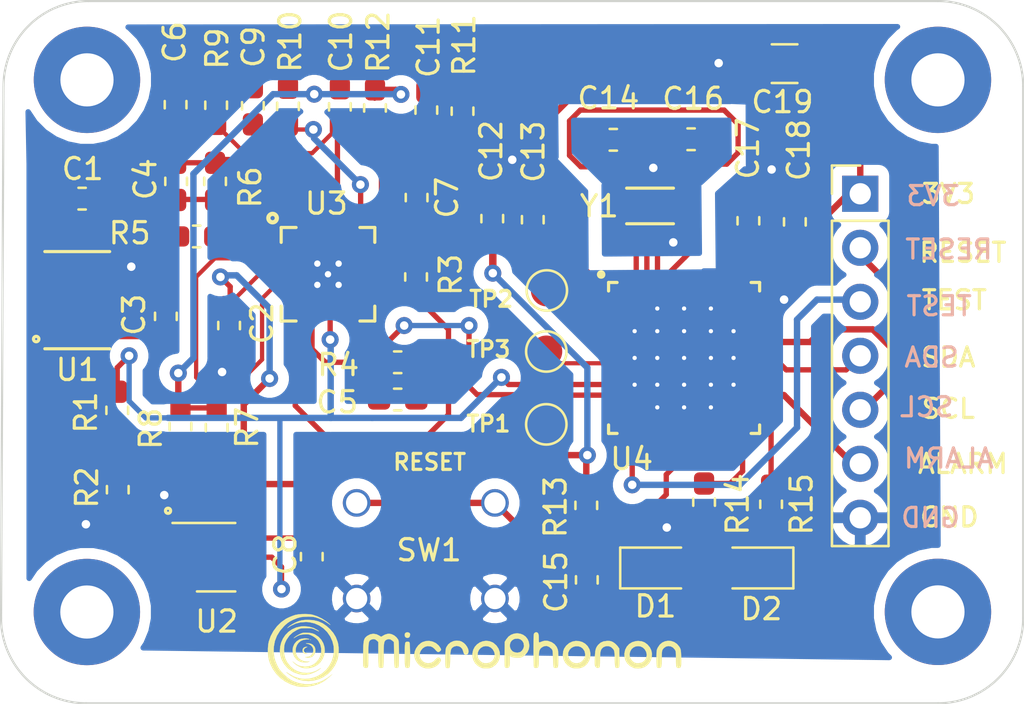
<source format=kicad_pcb>
(kicad_pcb (version 20171130) (host pcbnew 5.1.6-c6e7f7d~87~ubuntu18.04.1)
  (layers (0 F.Cu signal) (31 B.Cu signal) (34 B.Paste user hide) (35 F.Paste user hide) (36 B.SilkS user) (37 F.SilkS user) (38 B.Mask user hide) (39 F.Mask user hide) (44 Edge.Cuts user))
  (net 0 "")
  (net 1 "Net-(C1-Pad2)")
  (net 2 GND)
  (net 3 "Net-(C3-Pad2)")
  (net 4 "Net-(C3-Pad1)")
  (net 5 "Net-(C4-Pad1)")
  (net 6 "Net-(C4-Pad2)")
  (net 7 "Net-(C5-Pad1)")
  (net 8 "Net-(C5-Pad2)")
  (net 9 "Net-(C6-Pad1)")
  (net 10 "Net-(C7-Pad1)")
  (net 11 "Net-(C7-Pad2)")
  (net 12 3.3V)
  (net 13 "Net-(C9-Pad1)")
  (net 14 "Net-(C10-Pad1)")
  (net 15 "Net-(C10-Pad2)")
  (net 16 "Net-(C11-Pad1)")
  (net 17 "Net-(C14-Pad1)")
  (net 18 "Net-(C15-Pad1)")
  (net 19 "Net-(C16-Pad2)")
  (net 20 "Net-(D1-Pad2)")
  (net 21 "Net-(D2-Pad2)")
  (net 22 "Net-(J1-Pad3)")
  (net 23 "Net-(J1-Pad4)")
  (net 24 "Net-(J1-Pad5)")
  (net 25 "Net-(J1-Pad6)")
  (net 26 "Net-(R1-Pad2)")
  (net 27 VGND)
  (net 28 "Net-(R7-Pad2)")
  (net 29 "Net-(R14-Pad1)")
  (net 30 "Net-(R15-Pad1)")
  (net 31 "Net-(TP2-Pad1)")
  (net 32 "Net-(TP3-Pad1)")
  (net 33 "Net-(U4-Pad26)")
  (net 34 "Net-(U4-Pad28)")
  (net 35 "Net-(U4-Pad29)")
  (net 36 "Net-(U4-Pad30)")
  (net 37 "Net-(U4-Pad33)")
  (net 38 "Net-(U4-Pad34)")
  (net 39 "Net-(U4-Pad35)")
  (net 40 "Net-(U4-Pad2)")
  (net 41 "Net-(U4-Pad4)")
  (net 42 "Net-(U4-Pad5)")
  (net 43 "Net-(U4-Pad6)")
  (net 44 "Net-(U4-Pad8)")
  (net 45 "Net-(U4-Pad11)")
  (net 46 "Net-(U4-Pad12)")
  (net 47 "Net-(U4-Pad13)")
  (net 48 "Net-(U4-Pad14)")
  (net 49 "Net-(U4-Pad15)")
  (net 50 "Net-(U4-Pad16)")
  (net 51 "Net-(U4-Pad17)")
  (net 52 "Net-(U4-Pad18)")
  (net 53 "Net-(U4-Pad19)")
  (net 54 "Net-(U4-Pad20)")
  (net 55 "Net-(U4-Pad21)")
  (net 56 "Net-(U4-Pad38)")
  (net 57 "Net-(U4-Pad39)")
  (net 58 "Net-(U4-Pad40)")
  (net 59 "Net-(U4-Pad42)")
  (net 60 "Net-(U4-Pad43)")
  (net 61 "Net-(U4-Pad1)")
  (module Package_TO_SOT_SMD:SOT-23-6_Handsoldering (layer F.Cu) (at 141.3256 99.3648)
    (fp_text reference U2 (at 0.0254 3.0226) (layer F.SilkS))
    (fp_text value TLV9061S)
    (pad 5 smd rect (at 1.35 0) (size 1.56 0.65) (layers F.Cu F.Paste F.Mask) (net 1 "Net-(C1-Pad2)"))
    (pad 6 smd rect (at 1.35 -0.95) (size 1.56 0.65) (layers F.Cu F.Paste F.Mask) (net 12 3.3V))
    (pad 4 smd rect (at 1.35 0.95) (size 1.56 0.65) (layers F.Cu F.Paste F.Mask) (net 28 "Net-(R7-Pad2)"))
    (pad 3 smd rect (at -1.35 0.95) (size 1.56 0.65) (layers F.Cu F.Paste F.Mask) (net 26 "Net-(R1-Pad2)"))
    (pad 2 smd rect (at -1.35 0) (size 1.56 0.65) (layers F.Cu F.Paste F.Mask) (net 2 GND))
    (pad 1 smd rect (at -1.35 -0.95) (size 1.56 0.65) (layers F.Cu F.Paste F.Mask) (net 28 "Net-(R7-Pad2)"))
  )
  (module mph:MicroPhonon_horiz_logo (layer F.Cu) (at 153.4414 103.7082)
    (fp_text reference G*** hide)
    (fp_text value LOGO hide)
  )
  (module Capacitor_SMD:C_1206_3216Metric_Pad1.42x1.75mm_HandSolder (layer F.Cu) (at 168.0464 76.1492 180)
    (fp_text reference C19 (at 0.1016 -1.8034) (layer F.SilkS))
    (fp_text value 10u)
    (pad 2 smd roundrect (at 1.4875 0 180) (size 1.425 1.75) (layers F.Cu F.Paste F.Mask) (roundrect_rratio 0.175439) (net 2 GND))
    (pad 1 smd roundrect (at -1.4875 0 180) (size 1.425 1.75) (layers F.Cu F.Paste F.Mask) (roundrect_rratio 0.175439) (net 12 3.3V))
  )
  (module Capacitor_SMD:C_0603_1608Metric_Pad1.05x0.95mm_HandSolder (layer F.Cu) (at 138.9634 88.0364 270)
    (fp_text reference C3 (at -0.0762 1.4986 90) (layer F.SilkS))
    (fp_text value 100n)
    (pad 2 smd roundrect (at 0.875 0 270) (size 1.05 0.95) (layers F.Cu F.Paste F.Mask) (net 3 "Net-(C3-Pad2)"))
    (pad 1 smd roundrect (at -0.875 0 270) (size 1.05 0.95) (layers F.Cu F.Paste F.Mask) (net 4 "Net-(C3-Pad1)"))
  )
  (module ULD:TLV9064S (layer F.Cu) (at 146.5834 86.0552)
    (fp_text reference U3 (at -0.0762 -3.3274) (layer F.SilkS))
    (fp_text value TLV9064S)
    (pad 17 thru_hole circle (at 0.5 -0.5 180) (size 0.3 0.3) (drill 0.3) (layers *.Cu *.Mask) (net 2 GND))
    (pad 17 thru_hole circle (at -0.5 0.5 180) (size 0.3 0.3) (drill 0.3) (layers *.Cu *.Mask) (net 2 GND))
    (pad 17 thru_hole circle (at 0.5 0.5 180) (size 0.3 0.3) (drill 0.3) (layers *.Cu *.Mask) (net 2 GND))
    (pad 17 thru_hole circle (at -0.5 -0.5 180) (size 0.3 0.3) (drill 0.3) (layers *.Cu *.Mask) (net 2 GND))
    (pad 17 thru_hole circle (at 0 0 180) (size 0.3 0.3) (drill 0.3) (layers *.Cu *.Mask) (net 2 GND))
    (pad 17 smd rect (at 0 0 180) (size 1.7 1.7) (layers F.Cu F.Mask) (net 2 GND))
    (pad 4 smd circle (at -1.1811 0.7507 270) (size 0.28 0.28) (layers F.Cu F.Paste F.Mask) (net 7 "Net-(C5-Pad1)"))
    (pad 3 smd circle (at -1.1811 0.2507 270) (size 0.28 0.28) (layers F.Cu F.Paste F.Mask) (net 27 VGND))
    (pad 2 smd circle (at -1.1811 -0.2493 270) (size 0.28 0.28) (layers F.Cu F.Paste F.Mask) (net 12 3.3V))
    (pad 4 smd rect (at -1.5367 0.7507 180) (size 0.71 0.28) (layers F.Cu F.Paste F.Mask) (net 7 "Net-(C5-Pad1)"))
    (pad 3 smd rect (at -1.5367 0.2507 180) (size 0.71 0.28) (layers F.Cu F.Paste F.Mask) (net 27 VGND))
    (pad 2 smd rect (at -1.5367 -0.2493 180) (size 0.71 0.28) (layers F.Cu F.Paste F.Mask) (net 12 3.3V))
    (pad 1 smd rect (at -1.5367 -0.7493 180) (size 0.71 0.28) (layers F.Cu F.Paste F.Mask) (net 27 VGND))
    (pad 1 smd circle (at -1.1811 -0.7493 270) (size 0.28 0.28) (layers F.Cu F.Paste F.Mask) (net 27 VGND))
    (pad 8 smd rect (at 0.7493 1.5367 270) (size 0.71 0.28) (layers F.Cu F.Paste F.Mask) (net 10 "Net-(C7-Pad1)"))
    (pad 7 smd rect (at 0.2493 1.5367 270) (size 0.71 0.28) (layers F.Cu F.Paste F.Mask) (net 1 "Net-(C1-Pad2)"))
    (pad 6 smd rect (at -0.2507 1.5367 270) (size 0.71 0.28) (layers F.Cu F.Paste F.Mask) (net 1 "Net-(C1-Pad2)"))
    (pad 8 smd circle (at 0.7493 1.1938 270) (size 0.28 0.28) (layers F.Cu F.Paste F.Mask) (net 10 "Net-(C7-Pad1)"))
    (pad 7 smd circle (at 0.2493 1.1938 270) (size 0.28 0.28) (layers F.Cu F.Paste F.Mask) (net 1 "Net-(C1-Pad2)"))
    (pad 6 smd circle (at -0.2507 1.1938 270) (size 0.28 0.28) (layers F.Cu F.Paste F.Mask) (net 1 "Net-(C1-Pad2)"))
    (pad 5 smd rect (at -0.7507 1.5367 270) (size 0.71 0.28) (layers F.Cu F.Paste F.Mask) (net 8 "Net-(C5-Pad2)"))
    (pad 5 smd circle (at -0.7507 1.1938 270) (size 0.28 0.28) (layers F.Cu F.Paste F.Mask) (net 8 "Net-(C5-Pad2)"))
    (pad 9 smd rect (at 1.5494 0.7507) (size 0.71 0.28) (layers F.Cu F.Paste F.Mask) (net 10 "Net-(C7-Pad1)"))
    (pad 10 smd rect (at 1.5494 0.2507) (size 0.71 0.28) (layers F.Cu F.Paste F.Mask) (net 16 "Net-(C11-Pad1)"))
    (pad 11 smd rect (at 1.5494 -0.2493) (size 0.71 0.28) (layers F.Cu F.Paste F.Mask) (net 2 GND))
    (pad 9 smd circle (at 1.1938 0.7507 90) (size 0.28 0.28) (layers F.Cu F.Paste F.Mask) (net 10 "Net-(C7-Pad1)"))
    (pad 10 smd circle (at 1.1938 0.2507 90) (size 0.28 0.28) (layers F.Cu F.Paste F.Mask) (net 16 "Net-(C11-Pad1)"))
    (pad 11 smd circle (at 1.1938 -0.2493 90) (size 0.28 0.28) (layers F.Cu F.Paste F.Mask) (net 2 GND))
    (pad 12 smd rect (at 1.5494 -0.7493) (size 0.71 0.28) (layers F.Cu F.Paste F.Mask) (net 13 "Net-(C9-Pad1)"))
    (pad 12 smd circle (at 1.1938 -0.7493 90) (size 0.28 0.28) (layers F.Cu F.Paste F.Mask) (net 13 "Net-(C9-Pad1)"))
    (pad 13 smd circle (at 0.7507 -1.1938 90) (size 0.28 0.28) (layers F.Cu F.Paste F.Mask) (net 15 "Net-(C10-Pad2)"))
    (pad 14 smd circle (at 0.2507 -1.1938 90) (size 0.28 0.28) (layers F.Cu F.Paste F.Mask) (net 15 "Net-(C10-Pad2)"))
    (pad 15 smd circle (at -0.2493 -1.1938 90) (size 0.28 0.28) (layers F.Cu F.Paste F.Mask) (net 5 "Net-(C4-Pad1)"))
    (pad 13 smd rect (at 0.7507 -1.5367 90) (size 0.71 0.28) (layers F.Cu F.Paste F.Mask) (net 15 "Net-(C10-Pad2)"))
    (pad 14 smd rect (at 0.2507 -1.5367 90) (size 0.71 0.28) (layers F.Cu F.Paste F.Mask) (net 15 "Net-(C10-Pad2)"))
    (pad 15 smd rect (at -0.2493 -1.5367 90) (size 0.71 0.28) (layers F.Cu F.Paste F.Mask) (net 5 "Net-(C4-Pad1)"))
    (pad 16 smd circle (at -0.7493 -1.1938 90) (size 0.28 0.28) (layers F.Cu F.Paste F.Mask) (net 6 "Net-(C4-Pad2)"))
    (pad 16 smd rect (at -0.7493 -1.5367 90) (size 0.71 0.28) (layers F.Cu F.Paste F.Mask) (net 6 "Net-(C4-Pad2)"))
  )
  (module mph:MSP430FR5994IRGZ (layer F.Cu) (at 163.322 89.9922)
    (fp_text reference U4 (at -2.4638 4.7498) (layer F.SilkS))
    (fp_text value MSP430FR59941)
    (pad 49 thru_hole circle (at 2.325 -1.26 270) (size 0.2 0.2) (drill 0.2) (layers *.Cu *.Mask) (net 2 GND))
    (pad 49 thru_hole circle (at 2.325 1.26 270) (size 0.2 0.2) (drill 0.2) (layers *.Cu *.Mask) (net 2 GND))
    (pad 49 thru_hole circle (at 2.325 0 270) (size 0.2 0.2) (drill 0.2) (layers *.Cu *.Mask) (net 2 GND))
    (pad 49 thru_hole circle (at -2.325 -1.26 270) (size 0.2 0.2) (drill 0.2) (layers *.Cu *.Mask) (net 2 GND))
    (pad 49 thru_hole circle (at -2.325 0 270) (size 0.2 0.2) (drill 0.2) (layers *.Cu *.Mask) (net 2 GND))
    (pad 49 thru_hole circle (at -2.325 1.26 270) (size 0.2 0.2) (drill 0.2) (layers *.Cu *.Mask) (net 2 GND))
    (pad 49 thru_hole circle (at 1.26 2.325) (size 0.2 0.2) (drill 0.2) (layers *.Cu *.Mask) (net 2 GND))
    (pad 49 thru_hole circle (at 0 2.325) (size 0.2 0.2) (drill 0.2) (layers *.Cu *.Mask) (net 2 GND))
    (pad 49 thru_hole circle (at -1.26 2.325) (size 0.2 0.2) (drill 0.2) (layers *.Cu *.Mask) (net 2 GND))
    (pad 49 thru_hole circle (at 1.26 -2.325) (size 0.2 0.2) (drill 0.2) (layers *.Cu *.Mask) (net 2 GND))
    (pad 49 thru_hole circle (at 0 -2.325) (size 0.2 0.2) (drill 0.2) (layers *.Cu *.Mask) (net 2 GND))
    (pad 49 thru_hole circle (at -1.26 -2.325) (size 0.2 0.2) (drill 0.2) (layers *.Cu *.Mask) (net 2 GND))
    (pad 49 thru_hole circle (at 1.26 1.26) (size 0.2 0.2) (drill 0.2) (layers *.Cu *.Mask) (net 2 GND))
    (pad 49 thru_hole circle (at 0 1.26) (size 0.2 0.2) (drill 0.2) (layers *.Cu *.Mask) (net 2 GND))
    (pad 49 thru_hole circle (at -1.26 1.26) (size 0.2 0.2) (drill 0.2) (layers *.Cu *.Mask) (net 2 GND))
    (pad 49 thru_hole circle (at 1.26 0) (size 0.2 0.2) (drill 0.2) (layers *.Cu *.Mask) (net 2 GND))
    (pad 49 thru_hole circle (at 0 0) (size 0.2 0.2) (drill 0.2) (layers *.Cu *.Mask) (net 2 GND))
    (pad 49 thru_hole circle (at -1.26 0) (size 0.2 0.2) (drill 0.2) (layers *.Cu *.Mask) (net 2 GND))
    (pad 49 thru_hole circle (at 1.26 -1.26) (size 0.2 0.2) (drill 0.2) (layers *.Cu *.Mask) (net 2 GND))
    (pad 49 thru_hole circle (at 0 -1.26) (size 0.2 0.2) (drill 0.2) (layers *.Cu *.Mask) (net 2 GND))
    (pad 49 thru_hole circle (at -1.26 -1.26) (size 0.2 0.2) (drill 0.2) (layers *.Cu *.Mask) (net 2 GND))
    (pad 48 smd roundrect (at -2.75 -3.4 270) (size 0.6 0.24) (layers F.Cu F.Paste F.Mask) (net 12 3.3V))
    (pad 47 smd roundrect (at -2.25 -3.4 270) (size 0.6 0.24) (layers F.Cu F.Paste F.Mask) (net 2 GND))
    (pad 46 smd roundrect (at -1.75 -3.4 270) (size 0.6 0.24) (layers F.Cu F.Paste F.Mask) (net 17 "Net-(C14-Pad1)"))
    (pad 45 smd roundrect (at -1.25 -3.4 270) (size 0.6 0.24) (layers F.Cu F.Paste F.Mask) (net 19 "Net-(C16-Pad2)"))
    (pad 44 smd roundrect (at -0.75 -3.4 270) (size 0.6 0.24) (layers F.Cu F.Paste F.Mask) (net 2 GND))
    (pad 43 smd roundrect (at -0.25 -3.4 270) (size 0.6 0.24) (layers F.Cu F.Paste F.Mask) (net 60 "Net-(U4-Pad43)"))
    (pad 42 smd roundrect (at 0.25 -3.4 270) (size 0.6 0.24) (layers F.Cu F.Paste F.Mask) (net 59 "Net-(U4-Pad42)"))
    (pad 41 smd roundrect (at 0.75 -3.4 270) (size 0.6 0.24) (layers F.Cu F.Paste F.Mask) (net 2 GND))
    (pad 40 smd roundrect (at 1.25 -3.4 270) (size 0.6 0.24) (layers F.Cu F.Paste F.Mask) (net 58 "Net-(U4-Pad40)"))
    (pad 39 smd roundrect (at 1.75 -3.4 270) (size 0.6 0.24) (layers F.Cu F.Paste F.Mask) (net 57 "Net-(U4-Pad39)"))
    (pad 38 smd roundrect (at 2.25 -3.4 270) (size 0.6 0.24) (layers F.Cu F.Paste F.Mask) (net 56 "Net-(U4-Pad38)"))
    (pad 37 smd roundrect (at 2.75 -3.4 270) (size 0.6 0.24) (layers F.Cu F.Paste F.Mask) (net 12 3.3V))
    (pad 24 smd roundrect (at 2.75 3.4 90) (size 0.6 0.24) (layers F.Cu F.Paste F.Mask) (net 29 "Net-(R14-Pad1)"))
    (pad 23 smd roundrect (at 2.25 3.4 90) (size 0.6 0.24) (layers F.Cu F.Paste F.Mask) (net 18 "Net-(C15-Pad1)"))
    (pad 22 smd roundrect (at 1.75 3.4 90) (size 0.6 0.24) (layers F.Cu F.Paste F.Mask) (net 22 "Net-(J1-Pad3)"))
    (pad 21 smd roundrect (at 1.25 3.4 90) (size 0.6 0.24) (layers F.Cu F.Paste F.Mask) (net 55 "Net-(U4-Pad21)"))
    (pad 20 smd roundrect (at 0.75 3.4 90) (size 0.6 0.24) (layers F.Cu F.Paste F.Mask) (net 54 "Net-(U4-Pad20)"))
    (pad 19 smd roundrect (at 0.25 3.4 90) (size 0.6 0.24) (layers F.Cu F.Paste F.Mask) (net 53 "Net-(U4-Pad19)"))
    (pad 18 smd roundrect (at -0.25 3.4 90) (size 0.6 0.24) (layers F.Cu F.Paste F.Mask) (net 52 "Net-(U4-Pad18)"))
    (pad 17 smd roundrect (at -0.75 3.4 90) (size 0.6 0.24) (layers F.Cu F.Paste F.Mask) (net 51 "Net-(U4-Pad17)"))
    (pad 16 smd roundrect (at -1.25 3.4 90) (size 0.6 0.24) (layers F.Cu F.Paste F.Mask) (net 50 "Net-(U4-Pad16)"))
    (pad 15 smd roundrect (at -1.75 3.4 90) (size 0.6 0.24) (layers F.Cu F.Paste F.Mask) (net 49 "Net-(U4-Pad15)"))
    (pad 14 smd roundrect (at -2.25 3.4 90) (size 0.6 0.24) (layers F.Cu F.Paste F.Mask) (net 48 "Net-(U4-Pad14)"))
    (pad 13 smd roundrect (at -2.75 3.4 90) (size 0.6 0.24) (layers F.Cu F.Paste F.Mask) (net 47 "Net-(U4-Pad13)"))
    (pad 12 smd roundrect (at -3.4 2.75) (size 0.6 0.24) (layers F.Cu F.Paste F.Mask) (net 46 "Net-(U4-Pad12)"))
    (pad 11 smd roundrect (at -3.4 2.25) (size 0.6 0.24) (layers F.Cu F.Paste F.Mask) (net 45 "Net-(U4-Pad11)"))
    (pad 10 smd roundrect (at -3.4 1.75) (size 0.6 0.24) (layers F.Cu F.Paste F.Mask) (net 8 "Net-(C5-Pad2)"))
    (pad 9 smd roundrect (at -3.4 1.25) (size 0.6 0.24) (layers F.Cu F.Paste F.Mask) (net 1 "Net-(C1-Pad2)"))
    (pad 8 smd roundrect (at -3.4 0.75) (size 0.6 0.24) (layers F.Cu F.Paste F.Mask) (net 44 "Net-(U4-Pad8)"))
    (pad 7 smd roundrect (at -3.4 0.25) (size 0.6 0.24) (layers F.Cu F.Paste F.Mask) (net 32 "Net-(TP3-Pad1)"))
    (pad 6 smd roundrect (at -3.4 -0.25) (size 0.6 0.24) (layers F.Cu F.Paste F.Mask) (net 43 "Net-(U4-Pad6)"))
    (pad 5 smd roundrect (at -3.4 -0.75) (size 0.6 0.24) (layers F.Cu F.Paste F.Mask) (net 42 "Net-(U4-Pad5)"))
    (pad 4 smd roundrect (at -3.4 -1.25) (size 0.6 0.24) (layers F.Cu F.Paste F.Mask) (net 41 "Net-(U4-Pad4)"))
    (pad 3 smd roundrect (at -3.4 -1.75) (size 0.6 0.24) (layers F.Cu F.Paste F.Mask) (net 31 "Net-(TP2-Pad1)"))
    (pad 2 smd roundrect (at -3.4 -2.25) (size 0.6 0.24) (layers F.Cu F.Paste F.Mask) (net 40 "Net-(U4-Pad2)"))
    (pad 1 smd roundrect (at -3.4 -2.75) (size 0.6 0.24) (layers F.Cu F.Paste F.Mask) (net 61 "Net-(U4-Pad1)"))
    (pad 36 smd roundrect (at 3.4 -2.75) (size 0.6 0.24) (layers F.Cu F.Paste F.Mask) (net 2 GND))
    (pad 35 smd roundrect (at 3.4 -2.25) (size 0.6 0.24) (layers F.Cu F.Paste F.Mask) (net 39 "Net-(U4-Pad35)"))
    (pad 34 smd roundrect (at 3.4 -1.75) (size 0.6 0.24) (layers F.Cu F.Paste F.Mask) (net 38 "Net-(U4-Pad34)"))
    (pad 33 smd roundrect (at 3.4 -1.25) (size 0.6 0.24) (layers F.Cu F.Paste F.Mask) (net 37 "Net-(U4-Pad33)"))
    (pad 32 smd roundrect (at 3.4 -0.75) (size 0.6 0.24) (layers F.Cu F.Paste F.Mask) (net 24 "Net-(J1-Pad5)"))
    (pad 31 smd roundrect (at 3.4 -0.25) (size 0.6 0.24) (layers F.Cu F.Paste F.Mask) (net 23 "Net-(J1-Pad4)"))
    (pad 30 smd roundrect (at 3.4 0.25) (size 0.6 0.24) (layers F.Cu F.Paste F.Mask) (net 36 "Net-(U4-Pad30)"))
    (pad 29 smd roundrect (at 3.4 0.75) (size 0.6 0.24) (layers F.Cu F.Paste F.Mask) (net 35 "Net-(U4-Pad29)"))
    (pad 28 smd roundrect (at 3.4 1.25) (size 0.6 0.24) (layers F.Cu F.Paste F.Mask) (net 34 "Net-(U4-Pad28)"))
    (pad 27 smd roundrect (at 3.4 1.75) (size 0.6 0.24) (layers F.Cu F.Paste F.Mask) (net 25 "Net-(J1-Pad6)"))
    (pad 26 smd roundrect (at 3.4 2.25) (size 0.6 0.24) (layers F.Cu F.Paste F.Mask) (net 33 "Net-(U4-Pad26)"))
    (pad 25 smd roundrect (at 3.4 2.75) (size 0.6 0.24) (layers F.Cu F.Paste F.Mask) (net 30 "Net-(R15-Pad1)"))
    (pad 49 smd rect (at 0 0 90) (size 5.15 5.15) (layers F.Cu F.Mask) (net 2 GND))
  )
  (module MountingHole:MountingHole_2.5mm_Pad (layer F.Cu) (at 175.255 101.9112)
    (fp_text reference H3 hide)
    (fp_text value MountingHole)
    (pad 1 thru_hole circle (at 0 0.0254) (size 5 5) (drill 2.5) (layers *.Cu *.Mask))
  )
  (module ULD:ECX-12R (layer F.Cu) (at 161.7218 82.8548)
    (fp_text reference Y1 (at -2.3876 0) (layer F.SilkS))
    (fp_text value EXC-12R)
    (pad 2 smd rect (at 0.7 0) (size 0.8 1.3) (layers F.Cu F.Paste F.Mask) (net 19 "Net-(C16-Pad2)"))
    (pad 1 smd rect (at -0.7 0) (size 0.8 1.3) (layers F.Cu F.Paste F.Mask) (net 17 "Net-(C14-Pad1)"))
  )
  (module TestPoint:TestPoint_Pad_D1.5mm (layer F.Cu) (at 156.845 93.1164)
    (fp_text reference TP1 (at -2.7178 -0.0254) (layer F.SilkS) (effects (font (size 0.75 0.75))))
    (fp_text value TEST)
    (pad 1 smd circle (at 0 0) (size 1.5 1.5) (layers F.Cu F.Mask) (net 8 "Net-(C5-Pad2)"))
  )
  (module TestPoint:TestPoint_Pad_D1.5mm (layer F.Cu) (at 156.8704 86.8172)
    (fp_text reference TP2 (at -2.6162 0.4064) (layer F.SilkS) (effects (font (size 0.75 0.75))))
    (fp_text value TEST)
    (pad 1 smd circle (at 0 0) (size 1.5 1.5) (layers F.Cu F.Mask) (net 31 "Net-(TP2-Pad1)"))
  )
  (module TestPoint:TestPoint_Pad_D1.5mm (layer F.Cu) (at 156.845 89.6874)
    (fp_text reference TP3 (at -2.7178 -0.1016) (layer F.SilkS) (effects (font (size 0.75 0.75))))
    (fp_text value TEST)
    (pad 1 smd circle (at 0 0) (size 1.5 1.5) (layers F.Cu F.Mask) (net 32 "Net-(TP3-Pad1)"))
  )
  (module Capacitor_SMD:C_0603_1608Metric_Pad1.05x0.95mm_HandSolder (layer F.Cu) (at 135.0264 82.4992 180)
    (fp_text reference C1 (at -0.0254 1.397) (layer F.SilkS))
    (fp_text value 100n)
    (pad 2 smd roundrect (at 0.875 0 180) (size 1.05 0.95) (layers F.Cu F.Paste F.Mask) (net 1 "Net-(C1-Pad2)"))
    (pad 1 smd roundrect (at -0.875 0 180) (size 1.05 0.95) (layers F.Cu F.Paste F.Mask) (net 2 GND))
  )
  (module Capacitor_SMD:C_0603_1608Metric_Pad1.05x0.95mm_HandSolder (layer F.Cu) (at 141.9352 88.4682 90)
    (fp_text reference C2 (at 0.1016 1.5494 90) (layer F.SilkS))
    (fp_text value 100n)
    (pad 2 smd roundrect (at 0.875 0 90) (size 1.05 0.95) (layers F.Cu F.Paste F.Mask) (net 12 3.3V))
    (pad 1 smd roundrect (at -0.875 0 90) (size 1.05 0.95) (layers F.Cu F.Paste F.Mask) (net 2 GND))
  )
  (module Capacitor_SMD:C_0603_1608Metric_Pad1.05x0.95mm_HandSolder (layer F.Cu) (at 139.446 81.6864 270)
    (fp_text reference C4 (at -0.1016 1.4478 90) (layer F.SilkS))
    (fp_text value 100p)
    (pad 1 smd roundrect (at -0.875 0 270) (size 1.05 0.95) (layers F.Cu F.Paste F.Mask) (net 5 "Net-(C4-Pad1)"))
    (pad 2 smd roundrect (at 0.875 0 270) (size 1.05 0.95) (layers F.Cu F.Paste F.Mask) (net 6 "Net-(C4-Pad2)"))
  )
  (module Capacitor_SMD:C_0603_1608Metric_Pad1.05x0.95mm_HandSolder (layer F.Cu) (at 149.86 91.948 180)
    (fp_text reference C5 (at 2.8448 -0.127) (layer F.SilkS))
    (fp_text value 470p)
    (pad 1 smd roundrect (at -0.875 0 180) (size 1.05 0.95) (layers F.Cu F.Paste F.Mask) (net 7 "Net-(C5-Pad1)"))
    (pad 2 smd roundrect (at 0.875 0 180) (size 1.05 0.95) (layers F.Cu F.Paste F.Mask) (net 8 "Net-(C5-Pad2)"))
  )
  (module Capacitor_SMD:C_0603_1608Metric_Pad1.05x0.95mm_HandSolder (layer F.Cu) (at 139.4206 78.0796 270)
    (fp_text reference C6 (at -2.9464 0.0508 90) (layer F.SilkS))
    (fp_text value 15n)
    (pad 2 smd roundrect (at 0.875 0 270) (size 1.05 0.95) (layers F.Cu F.Paste F.Mask) (net 5 "Net-(C4-Pad1)"))
    (pad 1 smd roundrect (at -0.875 0 270) (size 1.05 0.95) (layers F.Cu F.Paste F.Mask) (net 9 "Net-(C6-Pad1)"))
  )
  (module Capacitor_SMD:C_0603_1608Metric_Pad1.05x0.95mm_HandSolder (layer F.Cu) (at 150.749 82.4484 270)
    (fp_text reference C7 (at 0 -1.43 90) (layer F.SilkS))
    (fp_text value 100n)
    (pad 1 smd roundrect (at -0.875 0 270) (size 1.05 0.95) (layers F.Cu F.Paste F.Mask) (net 10 "Net-(C7-Pad1)"))
    (pad 2 smd roundrect (at 0.875 0 270) (size 1.05 0.95) (layers F.Cu F.Paste F.Mask) (net 11 "Net-(C7-Pad2)"))
  )
  (module Capacitor_SMD:C_0603_1608Metric_Pad1.05x0.95mm_HandSolder (layer F.Cu) (at 145.8214 99.3394 270)
    (fp_text reference C8 (at -0.1016 1.2446 90) (layer F.SilkS))
    (fp_text value 100n)
    (pad 1 smd roundrect (at -0.875 0 270) (size 1.05 0.95) (layers F.Cu F.Paste F.Mask) (net 12 3.3V))
    (pad 2 smd roundrect (at 0.875 0 270) (size 1.05 0.95) (layers F.Cu F.Paste F.Mask) (net 2 GND))
  )
  (module Capacitor_SMD:C_0603_1608Metric_Pad1.05x0.95mm_HandSolder (layer F.Cu) (at 143.0528 78.1304 90)
    (fp_text reference C9 (at 2.7686 0.0254 90) (layer F.SilkS))
    (fp_text value 4.7n)
    (pad 1 smd roundrect (at -0.875 0 90) (size 1.05 0.95) (layers F.Cu F.Paste F.Mask) (net 13 "Net-(C9-Pad1)"))
    (pad 2 smd roundrect (at 0.875 0 90) (size 1.05 0.95) (layers F.Cu F.Paste F.Mask) (net 9 "Net-(C6-Pad1)"))
  )
  (module Capacitor_SMD:C_0603_1608Metric_Pad1.05x0.95mm_HandSolder (layer F.Cu) (at 147.1422 78.1812 270)
    (fp_text reference C10 (at -3.0734 -0.0508 90) (layer F.SilkS))
    (fp_text value 150n)
    (pad 1 smd roundrect (at -0.875 0 270) (size 1.05 0.95) (layers F.Cu F.Paste F.Mask) (net 14 "Net-(C10-Pad1)"))
    (pad 2 smd roundrect (at 0.875 0 270) (size 1.05 0.95) (layers F.Cu F.Paste F.Mask) (net 15 "Net-(C10-Pad2)"))
  )
  (module Capacitor_SMD:C_0603_1608Metric_Pad1.05x0.95mm_HandSolder (layer F.Cu) (at 151.2062 78.3336 90)
    (fp_text reference C11 (at 2.9718 0.1016 90) (layer F.SilkS))
    (fp_text value 47n)
    (pad 2 smd roundrect (at 0.875 0 90) (size 1.05 0.95) (layers F.Cu F.Paste F.Mask) (net 14 "Net-(C10-Pad1)"))
    (pad 1 smd roundrect (at -0.875 0 90) (size 1.05 0.95) (layers F.Cu F.Paste F.Mask) (net 16 "Net-(C11-Pad1)"))
  )
  (module Capacitor_SMD:C_0603_1608Metric_Pad1.05x0.95mm_HandSolder (layer F.Cu) (at 154.305 83.439 90)
    (fp_text reference C12 (at 3.175 -0.0508 90) (layer F.SilkS))
    (fp_text value 1u)
    (pad 1 smd roundrect (at -0.875 0 90) (size 1.05 0.95) (layers F.Cu F.Paste F.Mask) (net 12 3.3V))
    (pad 2 smd roundrect (at 0.875 0 90) (size 1.05 0.95) (layers F.Cu F.Paste F.Mask) (net 2 GND))
  )
  (module Capacitor_SMD:C_0603_1608Metric_Pad1.05x0.95mm_HandSolder (layer F.Cu) (at 156.21 83.4898 90)
    (fp_text reference C13 (at 3.2004 0.0254 90) (layer F.SilkS))
    (fp_text value 100n)
    (pad 2 smd roundrect (at 0.875 0 90) (size 1.05 0.95) (layers F.Cu F.Paste F.Mask) (net 2 GND))
    (pad 1 smd roundrect (at -0.875 0 90) (size 1.05 0.95) (layers F.Cu F.Paste F.Mask) (net 12 3.3V))
  )
  (module Capacitor_SMD:C_0603_1608Metric_Pad1.05x0.95mm_HandSolder (layer F.Cu) (at 159.9946 79.7306)
    (fp_text reference C14 (at -0.2286 -1.9558) (layer F.SilkS))
    (fp_text value 22p)
    (pad 1 smd roundrect (at -0.875 0) (size 1.05 0.95) (layers F.Cu F.Paste F.Mask) (net 17 "Net-(C14-Pad1)"))
    (pad 2 smd roundrect (at 0.875 0) (size 1.05 0.95) (layers F.Cu F.Paste F.Mask) (net 2 GND))
  )
  (module Capacitor_SMD:C_0603_1608Metric_Pad1.05x0.95mm_HandSolder (layer F.Cu) (at 158.75 100.4316 270)
    (fp_text reference C15 (at 0.1016 1.4478 90) (layer F.SilkS))
    (fp_text value 1n)
    (pad 2 smd roundrect (at 0.875 0 270) (size 1.05 0.95) (layers F.Cu F.Paste F.Mask) (net 2 GND))
    (pad 1 smd roundrect (at -0.875 0 270) (size 1.05 0.95) (layers F.Cu F.Paste F.Mask) (net 18 "Net-(C15-Pad1)"))
  )
  (module Capacitor_SMD:C_0603_1608Metric_Pad1.05x0.95mm_HandSolder (layer F.Cu) (at 163.6522 79.7052)
    (fp_text reference C16 (at 0.1016 -1.905) (layer F.SilkS))
    (fp_text value 22p)
    (pad 2 smd roundrect (at 0.875 0) (size 1.05 0.95) (layers F.Cu F.Paste F.Mask) (net 19 "Net-(C16-Pad2)"))
    (pad 1 smd roundrect (at -0.875 0) (size 1.05 0.95) (layers F.Cu F.Paste F.Mask) (net 2 GND))
  )
  (module Capacitor_SMD:C_0603_1608Metric_Pad1.05x0.95mm_HandSolder (layer F.Cu) (at 166.3446 83.5406 90)
    (fp_text reference C17 (at 3.4036 -0.0254 90) (layer F.SilkS))
    (fp_text value 100n)
    (pad 2 smd roundrect (at 0.875 0 90) (size 1.05 0.95) (layers F.Cu F.Paste F.Mask) (net 2 GND))
    (pad 1 smd roundrect (at -0.875 0 90) (size 1.05 0.95) (layers F.Cu F.Paste F.Mask) (net 12 3.3V))
  )
  (module Capacitor_SMD:C_0603_1608Metric_Pad1.05x0.95mm_HandSolder (layer F.Cu) (at 168.529 83.5914 90)
    (fp_text reference C18 (at 3.3782 0.1778 90) (layer F.SilkS))
    (fp_text value 1u)
    (pad 1 smd roundrect (at -0.875 0 90) (size 1.05 0.95) (layers F.Cu F.Paste F.Mask) (net 12 3.3V))
    (pad 2 smd roundrect (at 0.875 0 90) (size 1.05 0.95) (layers F.Cu F.Paste F.Mask) (net 2 GND))
  )
  (module Diode_SMD:D_0805_2012Metric_Pad1.15x1.40mm_HandSolder (layer F.Cu) (at 162.179 99.8728)
    (fp_text reference D1 (at -0.2032 1.8034) (layer F.SilkS))
    (fp_text value GREEN)
    (pad 1 smd roundrect (at -1.025 0) (size 1.15 1.4) (layers F.Cu F.Paste F.Mask) (roundrect_rratio 0.217391) (net 2 GND))
    (pad 2 smd roundrect (at 1.025 0) (size 1.15 1.4) (layers F.Cu F.Paste F.Mask) (roundrect_rratio 0.217391) (net 20 "Net-(D1-Pad2)"))
  )
  (module Diode_SMD:D_0805_2012Metric_Pad1.15x1.40mm_HandSolder (layer F.Cu) (at 166.5986 99.8728 180)
    (fp_text reference D2 (at -0.3556 -1.9304) (layer F.SilkS))
    (fp_text value RED)
    (pad 2 smd roundrect (at 1.025 0 180) (size 1.15 1.4) (layers F.Cu F.Paste F.Mask) (roundrect_rratio 0.217391) (net 21 "Net-(D2-Pad2)"))
    (pad 1 smd roundrect (at -1.025 0 180) (size 1.15 1.4) (layers F.Cu F.Paste F.Mask) (roundrect_rratio 0.217391) (net 2 GND))
  )
  (module MountingHole:MountingHole_2.5mm_Pad (layer F.Cu) (at 135.255 76.9112)
    (fp_text reference H1 hide)
    (fp_text value MountingHole)
    (pad 1 thru_hole circle (at 0 0) (size 5 5) (drill 2.5) (layers *.Cu *.Mask))
  )
  (module MountingHole:MountingHole_2.5mm_Pad (layer F.Cu) (at 175.255 76.9112)
    (fp_text reference H2 hide)
    (fp_text value MountingHole)
    (pad 1 thru_hole circle (at 0 0) (size 5 5) (drill 2.5) (layers *.Cu *.Mask))
  )
  (module MountingHole:MountingHole_2.5mm_Pad (layer F.Cu) (at 135.255 101.9112)
    (fp_text reference H4 hide)
    (fp_text value MountingHole)
    (pad 1 thru_hole circle (at -0.005 0.0318) (size 5 5) (drill 2.5) (layers *.Cu *.Mask))
  )
  (module Connector_PinHeader_2.54mm:PinHeader_1x07_P2.54mm_Vertical (layer F.Cu) (at 171.6024 82.2706)
    (fp_text reference J1 hide)
    (fp_text value I2C)
    (pad 1 thru_hole rect (at 0 0) (size 1.7 1.7) (drill 1) (layers *.Cu *.Mask) (net 12 3.3V))
    (pad 2 thru_hole oval (at 0 2.54) (size 1.7 1.7) (drill 1) (layers *.Cu *.Mask) (net 18 "Net-(C15-Pad1)"))
    (pad 3 thru_hole oval (at 0 5.08) (size 1.7 1.7) (drill 1) (layers *.Cu *.Mask) (net 22 "Net-(J1-Pad3)"))
    (pad 4 thru_hole oval (at 0 7.62) (size 1.7 1.7) (drill 1) (layers *.Cu *.Mask) (net 23 "Net-(J1-Pad4)"))
    (pad 5 thru_hole oval (at 0 10.16) (size 1.7 1.7) (drill 1) (layers *.Cu *.Mask) (net 24 "Net-(J1-Pad5)"))
    (pad 6 thru_hole oval (at 0 12.7) (size 1.7 1.7) (drill 1) (layers *.Cu *.Mask) (net 25 "Net-(J1-Pad6)"))
    (pad 7 thru_hole oval (at 0 15.24) (size 1.7 1.7) (drill 1) (layers *.Cu *.Mask) (net 2 GND))
  )
  (module Resistor_SMD:R_0603_1608Metric_Pad1.05x0.95mm_HandSolder (layer F.Cu) (at 136.6774 92.456 270)
    (fp_text reference R1 (at 0.1016 1.4732 90) (layer F.SilkS))
    (fp_text value 47k)
    (pad 2 smd roundrect (at 0.875 0 270) (size 1.05 0.95) (layers F.Cu F.Paste F.Mask) (net 26 "Net-(R1-Pad2)"))
    (pad 1 smd roundrect (at -0.875 0 270) (size 1.05 0.95) (layers F.Cu F.Paste F.Mask) (net 1 "Net-(C1-Pad2)"))
  )
  (module Resistor_SMD:R_0603_1608Metric_Pad1.05x0.95mm_HandSolder (layer F.Cu) (at 136.7028 96.1898 270)
    (fp_text reference R2 (at -0.1016 1.4478 90) (layer F.SilkS))
    (fp_text value 47k)
    (pad 1 smd roundrect (at -0.875 0 270) (size 1.05 0.95) (layers F.Cu F.Paste F.Mask) (net 26 "Net-(R1-Pad2)"))
    (pad 2 smd roundrect (at 0.875 0 270) (size 1.05 0.95) (layers F.Cu F.Paste F.Mask) (net 2 GND))
  )
  (module Resistor_SMD:R_0603_1608Metric_Pad1.05x0.95mm_HandSolder (layer F.Cu) (at 150.7236 86.1822 270)
    (fp_text reference R3 (at -0.1016 -1.6256 90) (layer F.SilkS))
    (fp_text value 1k)
    (pad 1 smd roundrect (at -0.875 0 270) (size 1.05 0.95) (layers F.Cu F.Paste F.Mask) (net 11 "Net-(C7-Pad2)"))
    (pad 2 smd roundrect (at 0.875 0 270) (size 1.05 0.95) (layers F.Cu F.Paste F.Mask) (net 7 "Net-(C5-Pad1)"))
  )
  (module Resistor_SMD:R_0603_1608Metric_Pad1.05x0.95mm_HandSolder (layer F.Cu) (at 149.86 90.1954 180)
    (fp_text reference R4 (at 2.794 -0.127) (layer F.SilkS))
    (fp_text value 15k)
    (pad 2 smd roundrect (at 0.875 0 180) (size 1.05 0.95) (layers F.Cu F.Paste F.Mask) (net 8 "Net-(C5-Pad2)"))
    (pad 1 smd roundrect (at -0.875 0 180) (size 1.05 0.95) (layers F.Cu F.Paste F.Mask) (net 7 "Net-(C5-Pad1)"))
  )
  (module Resistor_SMD:R_0603_1608Metric_Pad1.05x0.95mm_HandSolder (layer F.Cu) (at 140.4112 84.2772 180)
    (fp_text reference R5 (at 3.1496 0.1524) (layer F.SilkS))
    (fp_text value 1k)
    (pad 2 smd roundrect (at 0.875 0 180) (size 1.05 0.95) (layers F.Cu F.Paste F.Mask) (net 4 "Net-(C3-Pad1)"))
    (pad 1 smd roundrect (at -0.875 0 180) (size 1.05 0.95) (layers F.Cu F.Paste F.Mask) (net 6 "Net-(C4-Pad2)"))
  )
  (module Resistor_SMD:R_0603_1608Metric_Pad1.05x0.95mm_HandSolder (layer F.Cu) (at 141.2748 81.6864 270)
    (fp_text reference R6 (at 0.2794 -1.651 90) (layer F.SilkS))
    (fp_text value 100k)
    (pad 1 smd roundrect (at -0.875 0 270) (size 1.05 0.95) (layers F.Cu F.Paste F.Mask) (net 5 "Net-(C4-Pad1)"))
    (pad 2 smd roundrect (at 0.875 0 270) (size 1.05 0.95) (layers F.Cu F.Paste F.Mask) (net 6 "Net-(C4-Pad2)"))
  )
  (module Resistor_SMD:R_0603_1608Metric_Pad1.05x0.95mm_HandSolder (layer F.Cu) (at 141.351 93.2688 270)
    (fp_text reference R7 (at 0 -1.43 90) (layer F.SilkS))
    (fp_text value 10)
    (pad 1 smd roundrect (at -0.875 0 270) (size 1.05 0.95) (layers F.Cu F.Paste F.Mask) (net 27 VGND))
    (pad 2 smd roundrect (at 0.875 0 270) (size 1.05 0.95) (layers F.Cu F.Paste F.Mask) (net 28 "Net-(R7-Pad2)"))
  )
  (module Resistor_SMD:R_0603_1608Metric_Pad1.05x0.95mm_HandSolder (layer F.Cu) (at 139.6492 93.218 270)
    (fp_text reference R8 (at 0.1016 1.397 90) (layer F.SilkS))
    (fp_text value 47k)
    (pad 1 smd roundrect (at -0.875 0 270) (size 1.05 0.95) (layers F.Cu F.Paste F.Mask) (net 27 VGND))
    (pad 2 smd roundrect (at 0.875 0 270) (size 1.05 0.95) (layers F.Cu F.Paste F.Mask) (net 2 GND))
  )
  (module Resistor_SMD:R_0603_1608Metric_Pad1.05x0.95mm_HandSolder (layer F.Cu) (at 141.3256 78.105 90)
    (fp_text reference R9 (at 2.667 0.0508 90) (layer F.SilkS))
    (fp_text value 620)
    (pad 2 smd roundrect (at 0.875 0 90) (size 1.05 0.95) (layers F.Cu F.Paste F.Mask) (net 9 "Net-(C6-Pad1)"))
    (pad 1 smd roundrect (at -0.875 0 90) (size 1.05 0.95) (layers F.Cu F.Paste F.Mask) (net 15 "Net-(C10-Pad2)"))
  )
  (module Resistor_SMD:R_0603_1608Metric_Pad1.05x0.95mm_HandSolder (layer F.Cu) (at 144.7038 78.1558 270)
    (fp_text reference R10 (at -3.048 -0.1016 90) (layer F.SilkS))
    (fp_text value 2k)
    (pad 1 smd roundrect (at -0.875 0 270) (size 1.05 0.95) (layers F.Cu F.Paste F.Mask) (net 27 VGND))
    (pad 2 smd roundrect (at 0.875 0 270) (size 1.05 0.95) (layers F.Cu F.Paste F.Mask) (net 13 "Net-(C9-Pad1)"))
  )
  (module Resistor_SMD:R_0603_1608Metric_Pad1.05x0.95mm_HandSolder (layer F.Cu) (at 152.908 78.3844 270)
    (fp_text reference R11 (at -3.0988 -0.0762 90) (layer F.SilkS))
    (fp_text value 30)
    (pad 2 smd roundrect (at 0.875 0 270) (size 1.05 0.95) (layers F.Cu F.Paste F.Mask) (net 10 "Net-(C7-Pad1)"))
    (pad 1 smd roundrect (at -0.875 0 270) (size 1.05 0.95) (layers F.Cu F.Paste F.Mask) (net 14 "Net-(C10-Pad1)"))
  )
  (module Resistor_SMD:R_0603_1608Metric_Pad1.05x0.95mm_HandSolder (layer F.Cu) (at 148.7932 78.232 270)
    (fp_text reference R12 (at -3.0988 -0.1524 90) (layer F.SilkS))
    (fp_text value 2k)
    (pad 2 smd roundrect (at 0.875 0 270) (size 1.05 0.95) (layers F.Cu F.Paste F.Mask) (net 16 "Net-(C11-Pad1)"))
    (pad 1 smd roundrect (at -0.875 0 270) (size 1.05 0.95) (layers F.Cu F.Paste F.Mask) (net 27 VGND))
  )
  (module Resistor_SMD:R_0603_1608Metric_Pad1.05x0.95mm_HandSolder (layer F.Cu) (at 158.7246 96.9264 270)
    (fp_text reference R13 (at 0.0762 1.4478 90) (layer F.SilkS))
    (fp_text value 47k)
    (pad 1 smd roundrect (at -0.875 0 270) (size 1.05 0.95) (layers F.Cu F.Paste F.Mask) (net 12 3.3V))
    (pad 2 smd roundrect (at 0.875 0 270) (size 1.05 0.95) (layers F.Cu F.Paste F.Mask) (net 18 "Net-(C15-Pad1)"))
  )
  (module Resistor_SMD:R_0603_1608Metric_Pad1.05x0.95mm_HandSolder (layer F.Cu) (at 164.2618 96.774 270)
    (fp_text reference R14 (at 0.1016 -1.5748 90) (layer F.SilkS))
    (fp_text value 470)
    (pad 2 smd roundrect (at 0.875 0 270) (size 1.05 0.95) (layers F.Cu F.Paste F.Mask) (net 20 "Net-(D1-Pad2)"))
    (pad 1 smd roundrect (at -0.875 0 270) (size 1.05 0.95) (layers F.Cu F.Paste F.Mask) (net 29 "Net-(R14-Pad1)"))
  )
  (module Resistor_SMD:R_0603_1608Metric_Pad1.05x0.95mm_HandSolder (layer F.Cu) (at 167.4114 96.8756 270)
    (fp_text reference R15 (at 0 -1.43 90) (layer F.SilkS))
    (fp_text value 470)
    (pad 1 smd roundrect (at -0.875 0 270) (size 1.05 0.95) (layers F.Cu F.Paste F.Mask) (net 30 "Net-(R15-Pad1)"))
    (pad 2 smd roundrect (at 0.875 0 270) (size 1.05 0.95) (layers F.Cu F.Paste F.Mask) (net 21 "Net-(D2-Pad2)"))
  )
  (module ULD:SKHHAMA010 (layer F.Cu) (at 151.1808 99.06 180)
    (fp_text reference SW1 (at -0.1524 0.0254) (layer F.SilkS))
    (fp_text value Reset)
    (pad 2 thru_hole circle (at -3.25 2.25 180) (size 1.3 1.3) (drill 1) (layers *.Cu *.Mask) (net 18 "Net-(C15-Pad1)"))
    (pad 2 thru_hole circle (at 3.25 2.25 180) (size 1.3 1.3) (drill 1) (layers *.Cu *.Mask) (net 18 "Net-(C15-Pad1)"))
    (pad 1 thru_hole circle (at -3.25 -2.25 180) (size 1.3 1.3) (drill 1) (layers *.Cu *.Mask) (net 2 GND))
    (pad 1 thru_hole circle (at 3.25 -2.25 180) (size 1.3 1.3) (drill 1) (layers *.Cu *.Mask) (net 2 GND))
  )
  (module ULD:SPU0410H (layer F.Cu) (at 134.7978 87.2744 180)
    (fp_text reference U1 (at 0 -3.2766) (layer F.SilkS))
    (fp_text value SPU0410)
    (pad 4 smd circle (at -0.8 -1.23 180) (size 0.8 0.8) (layers F.Cu F.Paste F.Mask) (net 3 "Net-(C3-Pad2)"))
    (pad 3 smd circle (at -0.8 1.23 180) (size 0.8 0.8) (layers F.Cu F.Paste F.Mask) (net 2 GND))
    (pad 2 smd circle (at 0.85 1.23 180) (size 0.8 0.8) (layers F.Cu F.Paste F.Mask) (net 2 GND))
    (pad 1 smd circle (at 0.85 -1.23 180) (size 0.8 0.8) (layers F.Cu F.Paste F.Mask) (net 1 "Net-(C1-Pad2)"))
  )
  (gr_circle (center 139.065 97.1804) (end 139.185 97.1804) (layer F.SilkS) (width 0.15))
  (gr_text SDA (at 174.9552 89.9668) (layer B.SilkS) (effects (font (size 0.9 0.9)) (justify mirror)))
  (gr_text RESET (at 175.768 84.8868) (layer B.SilkS) (effects (font (size 0.9 0.9)) (justify mirror)))
  (gr_text 3V3 (at 175.0314 82.3722) (layer B.SilkS) (effects (font (size 0.9 0.9)) (justify mirror)))
  (gr_text ALARM (at 175.768 94.7166) (layer B.SilkS) (effects (font (size 0.9 0.9)) (justify mirror)))
  (gr_text TEST (at 175.3108 87.5538) (layer B.SilkS) (effects (font (size 0.9 0.9)) (justify mirror)))
  (gr_text GND (at 174.9044 97.5106) (layer B.SilkS) (effects (font (size 0.9 0.9)) (justify mirror)))
  (gr_text SCL (at 174.7266 92.3036) (layer B.SilkS) (effects (font (size 0.9 0.9)) (justify mirror)))
  (gr_text RESET (at 151.3586 94.8944) (layer F.SilkS) (effects (font (size 0.75 0.75))))
  (gr_line (start 131.3312 77.205) (end 131.2164 102.235) (layer Edge.Cuts) (width 0.1))
  (gr_text 3V3 (at 175.7426 82.2706) (layer F.SilkS) (effects (font (size 0.9 0.9))))
  (gr_text GND (at 175.7934 97.4852) (layer F.SilkS) (effects (font (size 0.9 0.9))))
  (gr_text SCL (at 175.7426 92.3798) (layer F.SilkS) (effects (font (size 0.9 0.9))))
  (gr_text SDA (at 175.7426 89.9668) (layer F.SilkS) (effects (font (size 0.9 0.9))))
  (gr_line (start 175.2588 106.235) (end 135.2164 106.235) (layer Edge.Cuts) (width 0.1))
  (gr_line (start 175.2588 73.205) (end 135.3288 73.205) (layer Edge.Cuts) (width 0.1))
  (gr_text ALARM (at 176.4284 94.9706) (layer F.SilkS) (effects (font (size 0.9 0.9))))
  (gr_text TEST (at 176.022 87.2744) (layer F.SilkS) (effects (font (size 0.9 0.9))))
  (gr_text RESET (at 176.4284 85.0392) (layer F.SilkS) (effects (font (size 0.9 0.9))))
  (gr_arc (start 135.3312 77.2028) (end 135.3312 73.205) (angle -90) (layer Edge.Cuts) (width 0.1))
  (gr_line (start 179.2588 102.235) (end 179.2588 77.205) (layer Edge.Cuts) (width 0.1))
  (gr_arc (start 175.26 77.205) (end 179.26 77.205) (angle -90) (layer Edge.Cuts) (width 0.1))
  (gr_arc (start 135.2164 102.235) (end 131.2164 102.235) (angle -90) (layer Edge.Cuts) (width 0.1))
  (gr_arc (start 175.2588 102.235) (end 175.2588 106.235) (angle -90) (layer Edge.Cuts) (width 0.1))
  (segment (start 133.9224 88.5552) (end 132.9182 87.551) (width 0.25) (layer F.Cu) (net 1))
  (segment (start 132.9182 83.3006) (end 133.9736 82.2452) (width 0.25) (layer F.Cu) (net 1))
  (segment (start 132.9182 87.551) (end 132.9182 83.3006) (width 0.25) (layer F.Cu) (net 1))
  (via (at 137.2362 89.8906) (size 0.8) (drill 0.4) (layers F.Cu B.Cu) (net 1))
  (segment (start 136.7142 91.7956) (end 136.6774 91.7588) (width 0.25) (layer F.Cu) (net 1))
  (via (at 154.7368 90.9066) (size 0.8) (drill 0.4) (layers F.Cu B.Cu) (net 1))
  (segment (start 155.0724 91.2422) (end 154.7368 90.9066) (width 0.25) (layer F.Cu) (net 1))
  (segment (start 159.922 91.2422) (end 155.0724 91.2422) (width 0.25) (layer F.Cu) (net 1))
  (segment (start 152.8318 92.8116) (end 154.7368 90.9066) (width 0.3) (layer B.Cu) (net 1))
  (segment (start 148.6662 92.8116) (end 152.8318 92.8116) (width 0.3) (layer B.Cu) (net 1))
  (segment (start 136.779 91.6572) (end 136.6774 91.7588) (width 0.25) (layer F.Cu) (net 1))
  (segment (start 146.3327 87.5919) (end 146.8327 87.5919) (width 0.2) (layer F.Cu) (net 1))
  (via (at 146.685 89.1286) (size 0.8) (drill 0.4) (layers F.Cu B.Cu) (net 1))
  (segment (start 146.7104 89.154) (end 146.685 89.1286) (width 0.3) (layer B.Cu) (net 1))
  (segment (start 146.7104 92.8116) (end 146.7104 89.154) (width 0.3) (layer B.Cu) (net 1))
  (segment (start 148.6662 92.8116) (end 146.7104 92.8116) (width 0.3) (layer B.Cu) (net 1))
  (segment (start 146.685 87.7396) (end 146.8327 87.5919) (width 0.25) (layer F.Cu) (net 1))
  (segment (start 146.685 89.1286) (end 146.685 87.7396) (width 0.25) (layer F.Cu) (net 1))
  (via (at 144.399 100.8634) (size 0.8) (drill 0.4) (layers F.Cu B.Cu) (net 1))
  (segment (start 144.3228 100.7872) (end 144.399 100.8634) (width 0.25) (layer B.Cu) (net 1))
  (segment (start 144.3228 92.8116) (end 144.3228 100.7872) (width 0.25) (layer B.Cu) (net 1))
  (segment (start 146.7104 92.8116) (end 144.3228 92.8116) (width 0.3) (layer B.Cu) (net 1))
  (segment (start 144.3228 92.8116) (end 139.065 92.8116) (width 0.3) (layer B.Cu) (net 1))
  (segment (start 143.9418 99.3648) (end 142.6756 99.3648) (width 0.25) (layer F.Cu) (net 1))
  (segment (start 144.399 99.822) (end 143.9418 99.3648) (width 0.25) (layer F.Cu) (net 1))
  (segment (start 144.399 100.8634) (end 144.399 99.822) (width 0.25) (layer F.Cu) (net 1))
  (segment (start 137.2362 89.8906) (end 137.2362 92.0242) (width 0.25) (layer B.Cu) (net 1))
  (segment (start 138.0236 92.8116) (end 139.065 92.8116) (width 0.25) (layer B.Cu) (net 1))
  (segment (start 137.2362 92.0242) (end 138.0236 92.8116) (width 0.25) (layer B.Cu) (net 1))
  (segment (start 136.6774 90.4494) (end 136.6774 91.581) (width 0.25) (layer F.Cu) (net 1))
  (segment (start 137.2362 89.8906) (end 136.6774 90.4494) (width 0.25) (layer F.Cu) (net 1))
  (segment (start 136.6774 91.581) (end 135.0658 91.581) (width 0.25) (layer F.Cu) (net 1))
  (segment (start 133.9478 90.463) (end 133.9478 88.5044) (width 0.25) (layer F.Cu) (net 1))
  (segment (start 135.0658 91.581) (end 133.9478 90.463) (width 0.25) (layer F.Cu) (net 1))
  (segment (start 164.072 89.2422) (end 163.322 89.9922) (width 0.25) (layer F.Cu) (net 2))
  (segment (start 164.072 86.5922) (end 164.072 89.2422) (width 0.25) (layer F.Cu) (net 2))
  (segment (start 161.154 100.3136) (end 161.154 99.8728) (width 0.3) (layer F.Cu) (net 2))
  (segment (start 160.3134 101.1542) (end 161.154 100.3136) (width 0.3) (layer F.Cu) (net 2))
  (segment (start 158.8262 101.1542) (end 160.3134 101.1542) (width 0.3) (layer F.Cu) (net 2))
  (segment (start 161.154 99.8728) (end 161.154 99.1706) (width 0.3) (layer F.Cu) (net 2))
  (via (at 162.5092 97.9678) (size 0.8) (drill 0.4) (layers F.Cu B.Cu) (net 2))
  (segment (start 162.3568 97.9678) (end 162.5092 97.9678) (width 0.3) (layer F.Cu) (net 2))
  (segment (start 161.154 99.1706) (end 162.3568 97.9678) (width 0.3) (layer F.Cu) (net 2))
  (via (at 167.4368 81.1276) (size 0.8) (drill 0.4) (layers F.Cu B.Cu) (net 2))
  (via (at 161.8742 81.0514) (size 0.8) (drill 0.4) (layers F.Cu B.Cu) (net 2))
  (segment (start 168.5036 82.7672) (end 168.529 82.7926) (width 0.25) (layer F.Cu) (net 2))
  (segment (start 154.6098 82.6148) (end 154.559 82.564) (width 0.25) (layer F.Cu) (net 2))
  (via (at 164.9476 76.1238) (size 0.8) (drill 0.4) (layers F.Cu B.Cu) (net 2))
  (via (at 155.2448 80.6704) (size 0.8) (drill 0.4) (layers F.Cu B.Cu) (net 2))
  (segment (start 163.803002 89.9922) (end 163.322 89.9922) (width 0.25) (layer F.Cu) (net 2))
  (segment (start 164.907001 88.888201) (end 163.803002 89.9922) (width 0.25) (layer F.Cu) (net 2))
  (segment (start 166.422 87.2422) (end 164.907001 88.757199) (width 0.25) (layer F.Cu) (net 2))
  (segment (start 164.907001 88.757199) (end 164.907001 88.888201) (width 0.25) (layer F.Cu) (net 2))
  (segment (start 166.722 87.2422) (end 166.422 87.2422) (width 0.25) (layer F.Cu) (net 2))
  (segment (start 162.840998 89.9922) (end 163.322 89.9922) (width 0.25) (layer F.Cu) (net 2))
  (segment (start 161.072 88.223202) (end 162.840998 89.9922) (width 0.25) (layer F.Cu) (net 2))
  (segment (start 161.072 86.5922) (end 161.072 88.223202) (width 0.25) (layer F.Cu) (net 2))
  (segment (start 162.572 89.2422) (end 163.322 89.9922) (width 0.25) (layer F.Cu) (net 2))
  (segment (start 162.572 86.5922) (end 162.572 89.2422) (width 0.25) (layer F.Cu) (net 2))
  (via (at 168.021 87.249) (size 0.8) (drill 0.4) (layers F.Cu B.Cu) (net 2))
  (segment (start 168.0142 87.2422) (end 168.021 87.249) (width 0.25) (layer F.Cu) (net 2))
  (segment (start 166.722 87.2422) (end 168.0142 87.2422) (width 0.25) (layer F.Cu) (net 2))
  (via (at 162.814 84.5566) (size 0.8) (drill 0.4) (layers F.Cu B.Cu) (net 2))
  (via (at 135.2042 97.8154) (size 0.8) (drill 0.4) (layers F.Cu B.Cu) (net 2))
  (segment (start 139.6492 94.093) (end 139.2822 94.093) (width 0.25) (layer F.Cu) (net 2))
  (via (at 137.3378 85.6996) (size 0.8) (drill 0.4) (layers F.Cu B.Cu) (net 2))
  (via (at 141.605 90.6526) (size 0.8) (drill 0.4) (layers F.Cu B.Cu) (net 2))
  (segment (start 161.072 86.3198) (end 161.072 86.5922) (width 0.25) (layer F.Cu) (net 2))
  (segment (start 171.6532 97.917) (end 171.1452 97.409) (width 0.25) (layer F.Cu) (net 2))
  (segment (start 171.6532 98.7806) (end 171.6532 97.917) (width 0.3) (layer F.Cu) (net 2))
  (segment (start 170.561 99.8728) (end 171.6532 98.7806) (width 0.3) (layer F.Cu) (net 2))
  (segment (start 167.6236 99.8728) (end 170.561 99.8728) (width 0.3) (layer F.Cu) (net 2))
  (segment (start 161.8742 80.6082) (end 162.7772 79.7052) (width 0.2) (layer F.Cu) (net 2))
  (segment (start 161.8742 81.0514) (end 161.8742 80.6082) (width 0.2) (layer F.Cu) (net 2))
  (segment (start 161.8742 80.7352) (end 160.8696 79.7306) (width 0.2) (layer F.Cu) (net 2))
  (segment (start 161.8742 81.0514) (end 161.8742 80.7352) (width 0.2) (layer F.Cu) (net 2))
  (segment (start 162.572 86.5922) (end 162.572 86.0432) (width 0.25) (layer F.Cu) (net 2))
  (segment (start 163.6522 84.963) (end 163.6522 81.6102) (width 0.25) (layer F.Cu) (net 2))
  (segment (start 163.6522 81.6102) (end 164.3888 80.8736) (width 0.25) (layer F.Cu) (net 2))
  (segment (start 164.3888 80.8736) (end 165.3286 80.8736) (width 0.25) (layer F.Cu) (net 2))
  (segment (start 165.3286 80.8736) (end 165.862 80.3402) (width 0.25) (layer F.Cu) (net 2))
  (segment (start 165.862 80.3402) (end 165.862 78.994) (width 0.25) (layer F.Cu) (net 2))
  (segment (start 165.862 78.994) (end 165.2016 78.3336) (width 0.25) (layer F.Cu) (net 2))
  (segment (start 165.2016 78.3336) (end 158.4452 78.3336) (width 0.25) (layer F.Cu) (net 2))
  (segment (start 158.4452 78.3336) (end 157.9372 78.8416) (width 0.25) (layer F.Cu) (net 2))
  (segment (start 157.9372 78.8416) (end 157.9372 80.4672) (width 0.25) (layer F.Cu) (net 2))
  (segment (start 157.9372 80.4672) (end 158.4706 81.0006) (width 0.25) (layer F.Cu) (net 2))
  (segment (start 158.4706 81.0006) (end 158.9786 81.0006) (width 0.25) (layer F.Cu) (net 2))
  (segment (start 158.9786 81.0006) (end 159.893 81.915) (width 0.25) (layer F.Cu) (net 2))
  (segment (start 159.893 81.915) (end 159.893 83.6168) (width 0.25) (layer F.Cu) (net 2))
  (segment (start 161.072 84.7958) (end 159.893 83.6168) (width 0.25) (layer F.Cu) (net 2))
  (segment (start 161.072 86.5922) (end 161.072 84.7958) (width 0.25) (layer F.Cu) (net 2))
  (segment (start 162.814 84.5566) (end 163.3601 85.1027) (width 0.25) (layer F.Cu) (net 2))
  (segment (start 163.3601 85.2551) (end 163.6522 84.963) (width 0.25) (layer F.Cu) (net 2))
  (segment (start 163.3601 85.1027) (end 163.3601 85.2551) (width 0.25) (layer F.Cu) (net 2))
  (segment (start 162.572 86.0432) (end 163.3601 85.2551) (width 0.25) (layer F.Cu) (net 2))
  (segment (start 135.7236 82.2452) (end 136.0678 82.2452) (width 0.25) (layer F.Cu) (net 2))
  (segment (start 137.3378 83.5152) (end 137.3378 85.6996) (width 0.25) (layer F.Cu) (net 2))
  (segment (start 136.0678 82.2452) (end 137.3378 83.5152) (width 0.25) (layer F.Cu) (net 2))
  (segment (start 141.605 89.0384) (end 141.5796 89.013) (width 0.2) (layer F.Cu) (net 2))
  (segment (start 147.7772 85.8059) (end 148.1328 85.8059) (width 0.2) (layer F.Cu) (net 2))
  (segment (start 136.9422 86.0952) (end 137.3378 85.6996) (width 0.25) (layer F.Cu) (net 2))
  (segment (start 135.5724 86.0952) (end 136.9422 86.0952) (width 0.25) (layer F.Cu) (net 2))
  (segment (start 135.5724 86.0952) (end 133.9224 86.0952) (width 0.25) (layer F.Cu) (net 2))
  (segment (start 146.8352 100.2144) (end 147.9308 101.31) (width 0.2) (layer F.Cu) (net 2))
  (segment (start 145.8214 100.2144) (end 146.8352 100.2144) (width 0.2) (layer F.Cu) (net 2))
  (segment (start 141.605 89.6734) (end 141.9352 89.3432) (width 0.25) (layer F.Cu) (net 2))
  (segment (start 141.605 90.6526) (end 141.605 89.6734) (width 0.25) (layer F.Cu) (net 2))
  (segment (start 154.305 82.564) (end 153.938 82.564) (width 0.25) (layer F.Cu) (net 2))
  (segment (start 155.307 80.7326) (end 155.2448 80.6704) (width 0.25) (layer F.Cu) (net 2))
  (segment (start 155.307 82.6148) (end 155.307 80.7326) (width 0.25) (layer F.Cu) (net 2))
  (segment (start 156.21 82.6148) (end 155.307 82.6148) (width 0.25) (layer F.Cu) (net 2))
  (segment (start 155.307 82.6148) (end 154.6098 82.6148) (width 0.25) (layer F.Cu) (net 2))
  (segment (start 146.8327 85.8059) (end 146.5834 86.0552) (width 0.25) (layer F.Cu) (net 2))
  (segment (start 148.1328 85.8059) (end 146.8327 85.8059) (width 0.25) (layer F.Cu) (net 2))
  (segment (start 166.3954 82.7164) (end 166.3446 82.6656) (width 0.25) (layer F.Cu) (net 2))
  (segment (start 167.4368 81.1276) (end 167.4368 82.677) (width 0.25) (layer F.Cu) (net 2))
  (segment (start 167.4368 82.677) (end 167.4762 82.7164) (width 0.25) (layer F.Cu) (net 2))
  (segment (start 167.4762 82.7164) (end 166.3954 82.7164) (width 0.25) (layer F.Cu) (net 2))
  (segment (start 168.529 82.7164) (end 167.4762 82.7164) (width 0.25) (layer F.Cu) (net 2))
  (segment (start 166.5335 76.1238) (end 166.5589 76.1492) (width 0.25) (layer F.Cu) (net 2))
  (segment (start 164.9476 76.1238) (end 166.5335 76.1238) (width 0.25) (layer F.Cu) (net 2))
  (segment (start 139.9756 99.3648) (end 139.319 99.3648) (width 0.2) (layer F.Cu) (net 2))
  (via (at 138.8872 96.4438) (size 0.8) (drill 0.4) (layers F.Cu B.Cu) (net 2))
  (segment (start 138.811 99.3648) (end 138.43 98.9838) (width 0.25) (layer F.Cu) (net 2))
  (segment (start 139.9756 99.3648) (end 138.811 99.3648) (width 0.25) (layer F.Cu) (net 2))
  (segment (start 135.9522 97.8154) (end 136.7028 97.0648) (width 0.25) (layer F.Cu) (net 2))
  (segment (start 135.2042 97.8154) (end 135.9522 97.8154) (width 0.25) (layer F.Cu) (net 2))
  (segment (start 138.43 96.901) (end 138.8872 96.4438) (width 0.25) (layer F.Cu) (net 2))
  (segment (start 138.43 98.9838) (end 138.43 96.901) (width 0.25) (layer F.Cu) (net 2))
  (segment (start 139.6492 95.6818) (end 138.8872 96.4438) (width 0.25) (layer F.Cu) (net 2))
  (segment (start 139.6492 94.093) (end 139.6492 95.6818) (width 0.25) (layer F.Cu) (net 2))
  (segment (start 136.0048 88.9876) (end 135.5724 88.5552) (width 0.25) (layer F.Cu) (net 3))
  (segment (start 138.9126 88.9876) (end 136.0048 88.9876) (width 0.25) (layer F.Cu) (net 3))
  (segment (start 138.9126 85.0786) (end 139.4854 84.5058) (width 0.25) (layer F.Cu) (net 4))
  (segment (start 138.9126 87.2376) (end 138.9126 85.0786) (width 0.25) (layer F.Cu) (net 4))
  (segment (start 141.3256 80.8114) (end 141.351 80.786) (width 0.25) (layer F.Cu) (net 5))
  (segment (start 139.446 80.8114) (end 141.3256 80.8114) (width 0.25) (layer F.Cu) (net 5))
  (segment (start 139.446 79.1832) (end 139.4714 79.1578) (width 0.25) (layer F.Cu) (net 5))
  (segment (start 139.446 80.8114) (end 139.446 79.1832) (width 0.25) (layer F.Cu) (net 5))
  (segment (start 146.3341 84.5185) (end 146.3341 83.4183) (width 0.25) (layer F.Cu) (net 5))
  (segment (start 146.3341 83.4183) (end 145.5674 82.6516) (width 0.25) (layer F.Cu) (net 5))
  (segment (start 145.5674 82.6516) (end 142.875 82.6516) (width 0.25) (layer F.Cu) (net 5))
  (segment (start 142.875 82.6516) (end 142.5194 82.296) (width 0.25) (layer F.Cu) (net 5))
  (segment (start 142.5194 82.296) (end 142.5194 81.1022) (width 0.25) (layer F.Cu) (net 5))
  (segment (start 142.0762 80.659) (end 141.3256 80.659) (width 0.25) (layer F.Cu) (net 5))
  (segment (start 142.5194 81.1022) (end 142.0762 80.659) (width 0.25) (layer F.Cu) (net 5))
  (segment (start 139.4714 82.536) (end 139.446 82.5614) (width 0.25) (layer F.Cu) (net 6))
  (segment (start 141.351 82.536) (end 139.4714 82.536) (width 0.25) (layer F.Cu) (net 6))
  (segment (start 141.2354 82.4992) (end 141.3256 82.409) (width 0.2) (layer F.Cu) (net 6))
  (segment (start 141.2354 84.5058) (end 141.2354 82.4992) (width 0.25) (layer F.Cu) (net 6))
  (segment (start 141.2481 84.5185) (end 141.2354 84.5058) (width 0.2) (layer F.Cu) (net 6))
  (segment (start 145.8341 84.5185) (end 141.2481 84.5185) (width 0.25) (layer F.Cu) (net 6))
  (segment (start 150.7236 87.2604) (end 150.6982 87.235) (width 0.25) (layer F.Cu) (net 7))
  (segment (start 150.7096 87.0712) (end 150.7236 87.0572) (width 0.2) (layer F.Cu) (net 7))
  (segment (start 150.735 91.948) (end 150.735 90.1954) (width 0.25) (layer F.Cu) (net 7))
  (segment (start 150.7236 87.0572) (end 150.7236 87.122) (width 0.25) (layer F.Cu) (net 7))
  (segment (start 150.7236 87.122) (end 152.2476 88.646) (width 0.25) (layer F.Cu) (net 7))
  (segment (start 152.2476 92.6592) (end 151.003 93.9038) (width 0.25) (layer F.Cu) (net 7))
  (segment (start 151.003 93.9038) (end 146.7104 93.9038) (width 0.25) (layer F.Cu) (net 7))
  (segment (start 145.0467 92.2401) (end 145.0467 86.8059) (width 0.25) (layer F.Cu) (net 7))
  (segment (start 146.7104 93.9038) (end 145.0467 92.2401) (width 0.25) (layer F.Cu) (net 7))
  (segment (start 152.2476 91.8972) (end 152.2476 92.6592) (width 0.25) (layer F.Cu) (net 7))
  (segment (start 145.0467 86.8059) (end 145.4023 86.8059) (width 0.2) (layer F.Cu) (net 7))
  (segment (start 152.1714 90.1954) (end 152.2476 90.1192) (width 0.25) (layer F.Cu) (net 7))
  (segment (start 150.735 90.1954) (end 152.1714 90.1954) (width 0.25) (layer F.Cu) (net 7))
  (segment (start 152.2476 90.1192) (end 152.2476 91.8972) (width 0.25) (layer F.Cu) (net 7))
  (segment (start 152.2476 88.646) (end 152.2476 90.1192) (width 0.25) (layer F.Cu) (net 7))
  (segment (start 159.922 91.7422) (end 157.1524 91.7422) (width 0.25) (layer F.Cu) (net 8))
  (segment (start 148.985 91.948) (end 148.985 90.1954) (width 0.25) (layer F.Cu) (net 8))
  (segment (start 145.8327 87.5919) (end 145.8327 89.5717) (width 0.25) (layer F.Cu) (net 8))
  (segment (start 146.4564 90.1954) (end 148.985 90.1954) (width 0.25) (layer F.Cu) (net 8))
  (segment (start 145.8327 89.5717) (end 146.4564 90.1954) (width 0.25) (layer F.Cu) (net 8))
  (via (at 153.2128 88.4682) (size 0.8) (drill 0.4) (layers F.Cu B.Cu) (net 8))
  (segment (start 153.2128 88.4682) (end 150.1648 88.4682) (width 0.25) (layer B.Cu) (net 8))
  (via (at 150.1648 88.4682) (size 0.8) (drill 0.4) (layers F.Cu B.Cu) (net 8))
  (segment (start 148.985 89.648) (end 150.1648 88.4682) (width 0.25) (layer F.Cu) (net 8))
  (segment (start 148.985 90.1954) (end 148.985 89.648) (width 0.25) (layer F.Cu) (net 8))
  (segment (start 153.2128 91.3384) (end 153.2128 88.4682) (width 0.25) (layer F.Cu) (net 8))
  (segment (start 153.5938 91.7194) (end 153.2128 91.3384) (width 0.25) (layer F.Cu) (net 8))
  (segment (start 157.3556 91.7422) (end 157.3328 91.7194) (width 0.25) (layer F.Cu) (net 8))
  (segment (start 157.0228 91.8718) (end 156.8704 91.7194) (width 0.2) (layer F.Cu) (net 8))
  (segment (start 157.0228 93.1164) (end 157.0228 91.8718) (width 0.25) (layer F.Cu) (net 8))
  (segment (start 156.8704 91.7194) (end 153.5938 91.7194) (width 0.25) (layer F.Cu) (net 8))
  (segment (start 157.3328 91.7194) (end 156.8704 91.7194) (width 0.25) (layer F.Cu) (net 8))
  (segment (start 141.1478 77.4078) (end 141.1986 77.4586) (width 0.25) (layer F.Cu) (net 9))
  (segment (start 139.4714 77.4078) (end 141.1478 77.4078) (width 0.25) (layer F.Cu) (net 9))
  (segment (start 143.0274 77.4586) (end 143.0782 77.5094) (width 0.25) (layer F.Cu) (net 9))
  (segment (start 141.1986 77.4586) (end 143.0274 77.4586) (width 0.25) (layer F.Cu) (net 9))
  (segment (start 147.3327 87.5919) (end 147.8661 87.5919) (width 0.2) (layer F.Cu) (net 10))
  (segment (start 148.1328 87.3252) (end 148.1328 86.8059) (width 0.2) (layer F.Cu) (net 10))
  (segment (start 147.8661 87.5919) (end 148.1328 87.3252) (width 0.2) (layer F.Cu) (net 10))
  (segment (start 147.7772 86.8059) (end 148.1328 86.8059) (width 0.2) (layer F.Cu) (net 10))
  (segment (start 152.019 81.6356) (end 152.908 80.7466) (width 0.25) (layer F.Cu) (net 10))
  (segment (start 152.908 80.7466) (end 152.908 79.2594) (width 0.25) (layer F.Cu) (net 10))
  (segment (start 150.9916 81.6356) (end 152.019 81.6356) (width 0.25) (layer F.Cu) (net 10))
  (segment (start 150.7236 81.9036) (end 150.9916 81.6356) (width 0.25) (layer F.Cu) (net 10))
  (segment (start 150.1254 81.9036) (end 150.7236 81.9036) (width 0.2) (layer F.Cu) (net 10))
  (segment (start 149.6822 86.4616) (end 149.6822 82.3468) (width 0.2) (layer F.Cu) (net 10))
  (segment (start 149.3379 86.8059) (end 149.6822 86.4616) (width 0.2) (layer F.Cu) (net 10))
  (segment (start 149.6822 82.3468) (end 150.1254 81.9036) (width 0.2) (layer F.Cu) (net 10))
  (segment (start 148.1328 86.8059) (end 149.3379 86.8059) (width 0.2) (layer F.Cu) (net 10))
  (segment (start 150.7236 85.3072) (end 150.7236 83.6536) (width 0.25) (layer F.Cu) (net 11))
  (via (at 141.5288 86.1822) (size 0.8) (drill 0.4) (layers F.Cu B.Cu) (net 12))
  (segment (start 158.7246 94.615) (end 158.7754 94.5642) (width 0.25) (layer F.Cu) (net 12))
  (via (at 158.7754 94.5642) (size 0.8) (drill 0.4) (layers F.Cu B.Cu) (net 12))
  (segment (start 158.7246 96.0514) (end 158.7246 94.615) (width 0.3) (layer F.Cu) (net 12))
  (via (at 154.3304 86.0044) (size 0.8) (drill 0.4) (layers F.Cu B.Cu) (net 12))
  (segment (start 166.072 86.5922) (end 166.072 85.4502) (width 0.25) (layer F.Cu) (net 12))
  (segment (start 168.5036 84.5172) (end 168.529 84.5426) (width 0.25) (layer F.Cu) (net 12))
  (segment (start 156.1592 84.314) (end 156.21 84.3648) (width 0.25) (layer F.Cu) (net 12))
  (segment (start 154.559 84.314) (end 156.1592 84.314) (width 0.3) (layer F.Cu) (net 12))
  (segment (start 168.529 84.5426) (end 168.5938 84.5426) (width 0.25) (layer F.Cu) (net 12))
  (segment (start 168.529 84.5426) (end 168.7716 84.5426) (width 0.25) (layer F.Cu) (net 12))
  (segment (start 171.1452 79.2062) (end 170.806 78.867) (width 0.3) (layer F.Cu) (net 12))
  (segment (start 171.6024 79.6634) (end 170.806 78.867) (width 0.3) (layer F.Cu) (net 12))
  (segment (start 171.6024 82.2706) (end 171.6024 79.6634) (width 0.3) (layer F.Cu) (net 12))
  (segment (start 168.7716 84.5426) (end 171.1452 82.169) (width 0.3) (layer F.Cu) (net 12))
  (segment (start 169.6884 77.7494) (end 170.806 78.867) (width 0.3) (layer F.Cu) (net 12))
  (segment (start 157.988 77.7494) (end 169.6884 77.7494) (width 0.3) (layer F.Cu) (net 12))
  (segment (start 157.1752 78.5622) (end 157.988 77.7494) (width 0.3) (layer F.Cu) (net 12))
  (segment (start 157.1752 83.3996) (end 157.1752 78.5622) (width 0.3) (layer F.Cu) (net 12))
  (segment (start 156.21 84.3648) (end 157.1752 83.3996) (width 0.3) (layer F.Cu) (net 12))
  (segment (start 169.5794 77.6404) (end 169.6884 77.7494) (width 0.3) (layer F.Cu) (net 12))
  (segment (start 169.5794 76.1238) (end 169.5794 77.6404) (width 0.3) (layer F.Cu) (net 12))
  (via (at 143.8402 90.9574) (size 0.8) (drill 0.4) (layers F.Cu B.Cu) (net 12))
  (segment (start 142.6248 92.1728) (end 142.6248 95.9256) (width 0.3) (layer F.Cu) (net 12))
  (segment (start 143.8402 90.9574) (end 142.6248 92.1728) (width 0.3) (layer F.Cu) (net 12))
  (segment (start 142.2908 86.106) (end 141.3256 86.106) (width 0.3) (layer B.Cu) (net 12))
  (segment (start 143.8402 87.6554) (end 142.2908 86.106) (width 0.3) (layer B.Cu) (net 12))
  (segment (start 143.8402 90.9574) (end 143.8402 87.6554) (width 0.3) (layer B.Cu) (net 12))
  (segment (start 145.0467 85.8059) (end 145.4023 85.8059) (width 0.2) (layer F.Cu) (net 12))
  (segment (start 142.6756 95.9764) (end 142.6248 95.9256) (width 0.25) (layer F.Cu) (net 12))
  (segment (start 142.6756 98.4148) (end 142.6756 95.9764) (width 0.3) (layer F.Cu) (net 12))
  (segment (start 142.7252 98.4644) (end 142.6756 98.4148) (width 0.25) (layer F.Cu) (net 12))
  (segment (start 145.8214 98.4644) (end 142.7252 98.4644) (width 0.25) (layer F.Cu) (net 12))
  (segment (start 143.6069 85.8059) (end 145.0467 85.8059) (width 0.2) (layer F.Cu) (net 12))
  (segment (start 142.1498 87.263) (end 143.6069 85.8059) (width 0.2) (layer F.Cu) (net 12))
  (segment (start 141.5796 87.263) (end 142.1498 87.263) (width 0.2) (layer F.Cu) (net 12))
  (segment (start 141.5288 86.1822) (end 141.986 86.6394) (width 0.25) (layer F.Cu) (net 12))
  (segment (start 141.986 87.5424) (end 141.9352 87.5932) (width 0.25) (layer F.Cu) (net 12))
  (segment (start 141.986 86.6394) (end 141.986 87.5424) (width 0.25) (layer F.Cu) (net 12))
  (segment (start 147.2692 94.5642) (end 158.7754 94.5642) (width 0.3) (layer F.Cu) (net 12))
  (segment (start 145.9078 95.9256) (end 147.2692 94.5642) (width 0.3) (layer F.Cu) (net 12))
  (segment (start 142.6248 95.9256) (end 145.9078 95.9256) (width 0.3) (layer F.Cu) (net 12))
  (segment (start 166.3954 84.4664) (end 166.3446 84.4156) (width 0.25) (layer F.Cu) (net 12))
  (segment (start 168.529 84.4664) (end 166.3954 84.4664) (width 0.25) (layer F.Cu) (net 12))
  (segment (start 166.3446 85.1776) (end 166.072 85.4502) (width 0.25) (layer F.Cu) (net 12))
  (segment (start 166.3446 84.4156) (end 166.3446 85.1776) (width 0.25) (layer F.Cu) (net 12))
  (segment (start 154.3304 84.3394) (end 154.305 84.314) (width 0.35) (layer F.Cu) (net 12))
  (segment (start 154.3304 86.0044) (end 154.3304 84.3394) (width 0.35) (layer F.Cu) (net 12))
  (segment (start 158.7754 90.4494) (end 154.3304 86.0044) (width 0.3) (layer B.Cu) (net 12))
  (segment (start 158.7754 94.5642) (end 158.7754 90.4494) (width 0.3) (layer B.Cu) (net 12))
  (segment (start 159.4394 86.5922) (end 160.572 86.5922) (width 0.25) (layer F.Cu) (net 12))
  (segment (start 157.212 84.3648) (end 159.4394 86.5922) (width 0.25) (layer F.Cu) (net 12))
  (segment (start 156.21 84.3648) (end 157.212 84.3648) (width 0.25) (layer F.Cu) (net 12))
  (segment (start 144.7292 79.2594) (end 144.8054 79.3356) (width 0.25) (layer F.Cu) (net 13))
  (segment (start 143.0782 79.2594) (end 144.7292 79.2594) (width 0.25) (layer F.Cu) (net 13))
  (via (at 148.1074 81.8388) (size 0.8) (drill 0.4) (layers F.Cu B.Cu) (net 13))
  (segment (start 148.11819 81.84959) (end 148.1074 81.8388) (width 0.2) (layer F.Cu) (net 13))
  (segment (start 148.11819 85.29129) (end 148.11819 81.84959) (width 0.25) (layer F.Cu) (net 13))
  (segment (start 148.1328 85.3059) (end 148.11819 85.29129) (width 0.2) (layer F.Cu) (net 13))
  (segment (start 148.1074 81.8388) (end 145.923 79.6544) (width 0.3) (layer B.Cu) (net 13))
  (via (at 145.8976 79.248) (size 0.8) (drill 0.4) (layers F.Cu B.Cu) (net 13))
  (segment (start 145.923 79.2734) (end 145.8976 79.248) (width 0.2) (layer B.Cu) (net 13))
  (segment (start 145.923 79.6544) (end 145.923 79.2734) (width 0.2) (layer B.Cu) (net 13))
  (segment (start 144.921 79.248) (end 144.7038 79.0308) (width 0.2) (layer F.Cu) (net 13))
  (segment (start 145.8976 79.248) (end 144.921 79.248) (width 0.2) (layer F.Cu) (net 13))
  (segment (start 147.7772 85.3059) (end 148.1328 85.3059) (width 0.2) (layer F.Cu) (net 13))
  (segment (start 147.1676 77.0128) (end 147.7772 76.4032) (width 0.25) (layer F.Cu) (net 14))
  (segment (start 147.7772 76.4032) (end 152.3492 76.4032) (width 0.25) (layer F.Cu) (net 14))
  (segment (start 152.3492 76.4032) (end 152.8572 76.9112) (width 0.25) (layer F.Cu) (net 14))
  (segment (start 151.2062 77.4586) (end 152.8572 77.4586) (width 0.25) (layer F.Cu) (net 14))
  (segment (start 152.8572 77.4586) (end 152.908 77.5094) (width 0.25) (layer F.Cu) (net 14))
  (segment (start 152.8572 76.9112) (end 152.8572 77.4586) (width 0.25) (layer F.Cu) (net 14))
  (segment (start 141.1986 79.2086) (end 141.2608 79.2086) (width 0.25) (layer F.Cu) (net 15))
  (segment (start 141.3256 78.98) (end 141.3256 79.0194) (width 0.2) (layer F.Cu) (net 15))
  (segment (start 145.83941 80.35899) (end 147.1422 79.0562) (width 0.2) (layer F.Cu) (net 15))
  (segment (start 142.66519 80.35899) (end 145.83941 80.35899) (width 0.2) (layer F.Cu) (net 15))
  (segment (start 141.3256 79.0194) (end 142.66519 80.35899) (width 0.2) (layer F.Cu) (net 15))
  (segment (start 147.0279 79.1705) (end 147.1422 79.0562) (width 0.25) (layer F.Cu) (net 15))
  (segment (start 147.0279 84.5185) (end 147.0279 79.1705) (width 0.25) (layer F.Cu) (net 15))
  (segment (start 146.8341 84.5185) (end 147.0279 84.5185) (width 0.2) (layer F.Cu) (net 15))
  (segment (start 147.0279 84.5185) (end 147.3341 84.5185) (width 0.25) (layer F.Cu) (net 15))
  (segment (start 151.1046 79.5388) (end 151.1554 79.5896) (width 0.2) (layer F.Cu) (net 16))
  (segment (start 147.7772 86.3059) (end 148.1328 86.3059) (width 0.2) (layer F.Cu) (net 16))
  (segment (start 151.1046 79.107) (end 151.2062 79.2086) (width 0.25) (layer F.Cu) (net 16))
  (segment (start 148.7932 79.107) (end 151.1046 79.107) (width 0.25) (layer F.Cu) (net 16))
  (segment (start 149.0726 79.3864) (end 148.7932 79.107) (width 0.2) (layer F.Cu) (net 16))
  (segment (start 149.0726 86.0298) (end 149.0726 79.3864) (width 0.2) (layer F.Cu) (net 16))
  (segment (start 148.7965 86.3059) (end 149.0726 86.0298) (width 0.2) (layer F.Cu) (net 16))
  (segment (start 148.1328 86.3059) (end 148.7965 86.3059) (width 0.2) (layer F.Cu) (net 16))
  (segment (start 159.1196 79.7306) (end 159.2834 79.7306) (width 0.2) (layer F.Cu) (net 17))
  (segment (start 161.2504 81.6976) (end 161.2504 82.7786) (width 0.25) (layer F.Cu) (net 17))
  (segment (start 159.2834 79.7306) (end 161.2504 81.6976) (width 0.25) (layer F.Cu) (net 17))
  (segment (start 161.572 83.405) (end 161.0218 82.8548) (width 0.25) (layer F.Cu) (net 17))
  (segment (start 161.572 86.5922) (end 161.572 83.405) (width 0.25) (layer F.Cu) (net 17))
  (segment (start 158.8262 97.903) (end 158.7246 97.8014) (width 0.25) (layer F.Cu) (net 18))
  (segment (start 158.8262 99.4042) (end 158.8262 97.903) (width 0.3) (layer F.Cu) (net 18))
  (segment (start 147.9308 96.81) (end 154.4308 96.81) (width 0.3) (layer F.Cu) (net 18))
  (segment (start 155.4222 97.8014) (end 154.4308 96.81) (width 0.3) (layer F.Cu) (net 18))
  (segment (start 158.7246 97.8014) (end 155.4222 97.8014) (width 0.3) (layer F.Cu) (net 18))
  (segment (start 165.572 94.4224) (end 165.572 93.3922) (width 0.25) (layer F.Cu) (net 18))
  (segment (start 165.1 94.8944) (end 165.572 94.4224) (width 0.25) (layer F.Cu) (net 18))
  (segment (start 163.068 94.8944) (end 165.1 94.8944) (width 0.25) (layer F.Cu) (net 18))
  (segment (start 162.4838 95.4786) (end 163.068 94.8944) (width 0.25) (layer F.Cu) (net 18))
  (segment (start 162.4838 96.4184) (end 162.4838 95.4786) (width 0.25) (layer F.Cu) (net 18))
  (segment (start 161.1008 97.8014) (end 162.4838 96.4184) (width 0.25) (layer F.Cu) (net 18))
  (segment (start 158.7246 97.8014) (end 161.1008 97.8014) (width 0.25) (layer F.Cu) (net 18))
  (segment (start 158.3296 99.5566) (end 158.75 99.5566) (width 0.3) (layer F.Cu) (net 18))
  (segment (start 157.5308 102.0064) (end 157.5308 100.3554) (width 0.3) (layer F.Cu) (net 18))
  (segment (start 170.0022 102.4636) (end 157.988 102.4636) (width 0.3) (layer F.Cu) (net 18))
  (segment (start 174.0154 98.4504) (end 170.0022 102.4636) (width 0.3) (layer F.Cu) (net 18))
  (segment (start 174.0154 87.5792) (end 174.0154 98.4504) (width 0.3) (layer F.Cu) (net 18))
  (segment (start 157.5308 100.3554) (end 158.3296 99.5566) (width 0.3) (layer F.Cu) (net 18))
  (segment (start 157.988 102.4636) (end 157.5308 102.0064) (width 0.3) (layer F.Cu) (net 18))
  (segment (start 171.1452 84.709) (end 174.0154 87.5792) (width 0.3) (layer F.Cu) (net 18))
  (segment (start 162.6504 81.582) (end 164.5272 79.7052) (width 0.25) (layer F.Cu) (net 19))
  (segment (start 162.6504 82.7786) (end 162.6504 81.582) (width 0.25) (layer F.Cu) (net 19))
  (segment (start 162.072 83.2046) (end 162.4218 82.8548) (width 0.25) (layer F.Cu) (net 19))
  (segment (start 162.072 86.5922) (end 162.072 83.2046) (width 0.25) (layer F.Cu) (net 19))
  (segment (start 163.204 99.8728) (end 163.703 99.8728) (width 0.25) (layer F.Cu) (net 20))
  (segment (start 164.2618 99.314) (end 164.2618 97.649) (width 0.3) (layer F.Cu) (net 20))
  (segment (start 163.703 99.8728) (end 164.2618 99.314) (width 0.3) (layer F.Cu) (net 20))
  (segment (start 167.4114 98.035) (end 165.5736 99.8728) (width 0.3) (layer F.Cu) (net 21))
  (segment (start 167.4114 97.7506) (end 167.4114 98.035) (width 0.25) (layer F.Cu) (net 21))
  (segment (start 165.072 93.3922) (end 165.072 93.9318) (width 0.25) (layer F.Cu) (net 22))
  (via (at 160.8836 95.9612) (size 0.8) (drill 0.4) (layers F.Cu B.Cu) (net 22))
  (segment (start 165.072 93.9318) (end 164.6428 94.361) (width 0.25) (layer F.Cu) (net 22))
  (segment (start 160.8836 95.9612) (end 160.8836 94.8944) (width 0.25) (layer F.Cu) (net 22))
  (segment (start 161.417 94.361) (end 164.6428 94.361) (width 0.25) (layer F.Cu) (net 22))
  (segment (start 160.8836 94.8944) (end 161.417 94.361) (width 0.25) (layer F.Cu) (net 22))
  (segment (start 160.8836 95.9612) (end 165.9382 95.9612) (width 0.3) (layer B.Cu) (net 22))
  (segment (start 165.9382 95.9612) (end 168.6306 93.2688) (width 0.3) (layer B.Cu) (net 22))
  (segment (start 168.6306 93.2688) (end 168.6306 88.1888) (width 0.3) (layer B.Cu) (net 22))
  (segment (start 169.5704 87.249) (end 171.1452 87.249) (width 0.3) (layer B.Cu) (net 22))
  (segment (start 168.6306 88.1888) (end 169.5704 87.249) (width 0.3) (layer B.Cu) (net 22))
  (segment (start 166.722 89.7422) (end 167.3138 89.7422) (width 0.25) (layer F.Cu) (net 23))
  (segment (start 167.3138 89.7422) (end 168.1226 90.551) (width 0.25) (layer F.Cu) (net 23))
  (segment (start 170.942 90.551) (end 171.6024 89.8906) (width 0.25) (layer F.Cu) (net 23))
  (segment (start 168.1226 90.551) (end 170.942 90.551) (width 0.25) (layer F.Cu) (net 23))
  (segment (start 171.8818 92.329) (end 171.1452 92.329) (width 0.3) (layer F.Cu) (net 24))
  (segment (start 173.0756 91.1352) (end 171.8818 92.329) (width 0.3) (layer F.Cu) (net 24))
  (segment (start 173.0756 89.535) (end 173.0756 91.1352) (width 0.3) (layer F.Cu) (net 24))
  (segment (start 172.1866 88.646) (end 173.0756 89.535) (width 0.3) (layer F.Cu) (net 24))
  (segment (start 169.8498 88.646) (end 172.1866 88.646) (width 0.3) (layer F.Cu) (net 24))
  (segment (start 169.2536 89.2422) (end 169.8498 88.646) (width 0.3) (layer F.Cu) (net 24))
  (segment (start 166.722 89.2422) (end 169.2536 89.2422) (width 0.3) (layer F.Cu) (net 24))
  (segment (start 168.0184 91.7422) (end 171.1452 94.869) (width 0.3) (layer F.Cu) (net 25))
  (segment (start 166.722 91.7422) (end 168.0184 91.7422) (width 0.3) (layer F.Cu) (net 25))
  (segment (start 136.7028 93.5342) (end 136.6774 93.5088) (width 0.25) (layer F.Cu) (net 26))
  (segment (start 136.7028 95.0862) (end 136.7028 93.5342) (width 0.25) (layer F.Cu) (net 26))
  (segment (start 137.7442 95.504) (end 137.555 95.3148) (width 0.25) (layer F.Cu) (net 26))
  (segment (start 137.7442 99.5426) (end 137.7442 95.504) (width 0.25) (layer F.Cu) (net 26))
  (segment (start 137.555 95.3148) (end 136.7028 95.3148) (width 0.25) (layer F.Cu) (net 26))
  (segment (start 138.5164 100.3148) (end 137.7442 99.5426) (width 0.25) (layer F.Cu) (net 26))
  (segment (start 139.9756 100.3148) (end 138.5164 100.3148) (width 0.25) (layer F.Cu) (net 26))
  (segment (start 139.6492 92.343) (end 141.1478 92.343) (width 0.25) (layer F.Cu) (net 27))
  (segment (start 144.8054 77.5856) (end 145.937 77.5856) (width 0.25) (layer F.Cu) (net 27))
  (via (at 145.937 77.5856) (size 0.8) (drill 0.4) (layers F.Cu B.Cu) (net 27))
  (via (at 150.0124 77.597) (size 0.8) (drill 0.4) (layers F.Cu B.Cu) (net 27))
  (segment (start 149.7724 77.5856) (end 149.987 77.8002) (width 0.3) (layer B.Cu) (net 27))
  (segment (start 145.937 77.5856) (end 149.7724 77.5856) (width 0.3) (layer B.Cu) (net 27))
  (segment (start 148.7792 77.8002) (end 148.7678 77.7888) (width 0.2) (layer F.Cu) (net 27))
  (segment (start 149.8206 77.7888) (end 150.0124 77.597) (width 0.25) (layer F.Cu) (net 27))
  (segment (start 145.937 77.5856) (end 144.004 77.5856) (width 0.3) (layer B.Cu) (net 27))
  (segment (start 144.004 77.5856) (end 140.2588 81.3308) (width 0.3) (layer B.Cu) (net 27))
  (via (at 139.5476 90.7034) (size 0.8) (drill 0.4) (layers F.Cu B.Cu) (net 27))
  (segment (start 140.2588 89.9922) (end 139.5476 90.7034) (width 0.3) (layer B.Cu) (net 27))
  (segment (start 140.2588 81.3308) (end 140.2588 89.9922) (width 0.3) (layer B.Cu) (net 27))
  (segment (start 139.5476 92.2414) (end 139.6492 92.343) (width 0.3) (layer F.Cu) (net 27))
  (segment (start 139.5476 90.7034) (end 139.5476 92.2414) (width 0.3) (layer F.Cu) (net 27))
  (segment (start 145.0467 86.3059) (end 145.4023 86.3059) (width 0.2) (layer F.Cu) (net 27))
  (segment (start 145.0467 85.3059) (end 145.4023 85.3059) (width 0.2) (layer F.Cu) (net 27))
  (segment (start 149.7724 77.357) (end 150.0124 77.597) (width 0.25) (layer F.Cu) (net 27))
  (segment (start 148.7932 77.357) (end 149.7724 77.357) (width 0.25) (layer F.Cu) (net 27))
  (segment (start 143.4846 87.1982) (end 144.3769 86.3059) (width 0.2) (layer F.Cu) (net 27))
  (segment (start 143.4846 90.0684) (end 143.4846 87.1982) (width 0.2) (layer F.Cu) (net 27))
  (segment (start 144.3769 86.3059) (end 145.0467 86.3059) (width 0.2) (layer F.Cu) (net 27))
  (segment (start 141.351 92.202) (end 143.4846 90.0684) (width 0.2) (layer F.Cu) (net 27))
  (segment (start 141.351 92.3938) (end 141.351 92.202) (width 0.2) (layer F.Cu) (net 27))
  (segment (start 140.3858 90.9066) (end 141.351 91.8718) (width 0.2) (layer F.Cu) (net 27))
  (segment (start 140.3858 86.1822) (end 140.3858 90.9066) (width 0.2) (layer F.Cu) (net 27))
  (segment (start 141.2621 85.3059) (end 140.3858 86.1822) (width 0.2) (layer F.Cu) (net 27))
  (segment (start 141.351 91.8718) (end 141.351 92.3938) (width 0.2) (layer F.Cu) (net 27))
  (segment (start 145.0467 85.3059) (end 141.2621 85.3059) (width 0.2) (layer F.Cu) (net 27))
  (segment (start 141.3154 94.2606) (end 141.1478 94.093) (width 0.25) (layer F.Cu) (net 28))
  (segment (start 139.9756 98.4148) (end 139.9756 96.9302) (width 0.25) (layer F.Cu) (net 28))
  (segment (start 141.351 95.5548) (end 141.351 94.1438) (width 0.25) (layer F.Cu) (net 28))
  (segment (start 139.9756 96.9302) (end 141.351 95.5548) (width 0.25) (layer F.Cu) (net 28))
  (segment (start 141.6956 100.3148) (end 142.6756 100.3148) (width 0.2) (layer F.Cu) (net 28))
  (segment (start 141.4526 100.0718) (end 141.6956 100.3148) (width 0.2) (layer F.Cu) (net 28))
  (segment (start 141.4526 98.6028) (end 141.4526 100.0718) (width 0.2) (layer F.Cu) (net 28))
  (segment (start 141.2646 98.4148) (end 141.4526 98.6028) (width 0.2) (layer F.Cu) (net 28))
  (segment (start 139.9756 98.4148) (end 141.2646 98.4148) (width 0.2) (layer F.Cu) (net 28))
  (segment (start 165.4924 95.899) (end 164.2618 95.899) (width 0.25) (layer F.Cu) (net 29))
  (segment (start 166.072 95.3194) (end 165.4924 95.899) (width 0.25) (layer F.Cu) (net 29))
  (segment (start 166.072 93.3922) (end 166.072 95.3194) (width 0.25) (layer F.Cu) (net 29))
  (segment (start 166.722 92.7422) (end 167.0626 92.7422) (width 0.25) (layer F.Cu) (net 30))
  (segment (start 167.4114 93.091) (end 167.4114 96.0006) (width 0.25) (layer F.Cu) (net 30))
  (segment (start 167.0626 92.7422) (end 167.4114 93.091) (width 0.25) (layer F.Cu) (net 30))
  (segment (start 158.2954 88.2422) (end 156.8704 86.8172) (width 0.2) (layer F.Cu) (net 31))
  (segment (start 159.922 88.2422) (end 158.2954 88.2422) (width 0.2) (layer F.Cu) (net 31))
  (segment (start 159.922 90.2422) (end 157.2474 90.2422) (width 0.2) (layer F.Cu) (net 32))
  (zone (net 2) (net_name GND) (layer B.Cu) (connect_pads yes (clearance 0.5)) (min_thickness 0.1) (fill yes (arc_segments 32) (thermal_gap 0.11) (thermal_bridge_width 0.11))
    (polygon (pts (xy 148.680488 88.130063) (xy 144.537113 88.145938) (xy 144.491075 83.943825) (xy 148.65985 83.97875)))
  )
  (zone (net 2) (net_name GND) (layer B.Cu) (connect_pads (clearance 0.508)) (min_thickness 0.254) (fill yes (arc_segments 32) (thermal_gap 0.508) (thermal_bridge_width 0.508))
    (polygon (pts (xy 175.4124 104.2416) (xy 132.4102 103.6828) (xy 132.4102 80.8736) (xy 132.2832 74.3077) (xy 175.26 74.2823)))
  )
  (zone (net 0) (net_name "") (layer B.Cu) (connect_pads yes (clearance 0.5)) (min_thickness 0.1)
    (keepout (tracks allowed) (vias allowed) (copperpour not_allowed))
    (fill (arc_segments 32) (thermal_gap 0.11) (thermal_bridge_width 0.11))
    (polygon (pts (xy 164.1475 85.8266) (xy 158.83255 85.8647) (xy 158.87065 85.2297) (xy 164.1856 85.1916)))
  )
  (zone (net 0) (net_name "") (layer B.Cu) (connect_pads yes (clearance 0.5)) (min_thickness 0.1)
    (keepout (tracks allowed) (vias allowed) (copperpour not_allowed))
    (fill (arc_segments 32) (thermal_gap 0.11) (thermal_bridge_width 0.11))
    (polygon (pts (xy 164.8079 85.7758) (xy 164.1729 85.7758) (xy 164.1348 81.8642) (xy 164.7698 81.8642)))
  )
  (zone (net 0) (net_name "") (layer B.Cu) (connect_pads yes (clearance 0.5)) (min_thickness 0.1)
    (keepout (tracks allowed) (vias allowed) (copperpour not_allowed))
    (fill (arc_segments 32) (thermal_gap 0.11) (thermal_bridge_width 0.11))
    (polygon (pts (xy 159.4612 85.8647) (xy 158.8389 85.84565) (xy 158.8135 81.79435) (xy 159.4358 81.7626)))
  )
  (zone (net 0) (net_name "") (layer B.Cu) (connect_pads yes (clearance 0.5)) (min_thickness 0.1)
    (keepout (tracks allowed) (vias allowed) (copperpour not_allowed))
    (fill (arc_segments 32) (thermal_gap 0.11) (thermal_bridge_width 0.11))
    (polygon (pts (xy 166.22395 80.89265) (xy 164.6809 82.2833) (xy 164.1602 81.8642) (xy 165.75405 80.39735)))
  )
  (zone (net 0) (net_name "") (layer B.Cu) (connect_pads yes (clearance 0.5)) (min_thickness 0.1)
    (keepout (tracks allowed) (vias allowed) (copperpour not_allowed))
    (fill (arc_segments 32) (thermal_gap 0.11) (thermal_bridge_width 0.11))
    (polygon (pts (xy 159.4612 81.788) (xy 158.9405 82.2325) (xy 157.3911 80.6323) (xy 157.8864 80.2132)))
  )
  (zone (net 0) (net_name "") (layer B.Cu) (connect_pads yes (clearance 0.5)) (min_thickness 0.1)
    (keepout (tracks allowed) (vias allowed) (copperpour not_allowed))
    (fill (arc_segments 32) (thermal_gap 0.11) (thermal_bridge_width 0.11))
    (polygon (pts (xy 158.0388 80.6069) (xy 157.4292 80.5815) (xy 157.4038 78.0796) (xy 157.988 78.0796)))
  )
  (zone (net 0) (net_name "") (layer B.Cu) (connect_pads yes (clearance 0.5)) (min_thickness 0.1)
    (keepout (tracks allowed) (vias allowed) (copperpour not_allowed))
    (fill (arc_segments 32) (thermal_gap 0.11) (thermal_bridge_width 0.11))
    (polygon (pts (xy 165.6334 78.6892) (xy 157.6578 78.6892) (xy 157.6578 78.0542) (xy 165.6334 78.0542)))
  )
  (zone (net 0) (net_name "") (layer B.Cu) (connect_pads yes (clearance 0.5)) (min_thickness 0.1)
    (keepout (tracks allowed) (vias allowed) (copperpour not_allowed))
    (fill (arc_segments 32) (thermal_gap 0.11) (thermal_bridge_width 0.11))
    (polygon (pts (xy 166.22276 80.980756) (xy 165.568313 80.940275) (xy 165.538944 78.046263) (xy 166.212441 78.074044)))
  )
)
</source>
